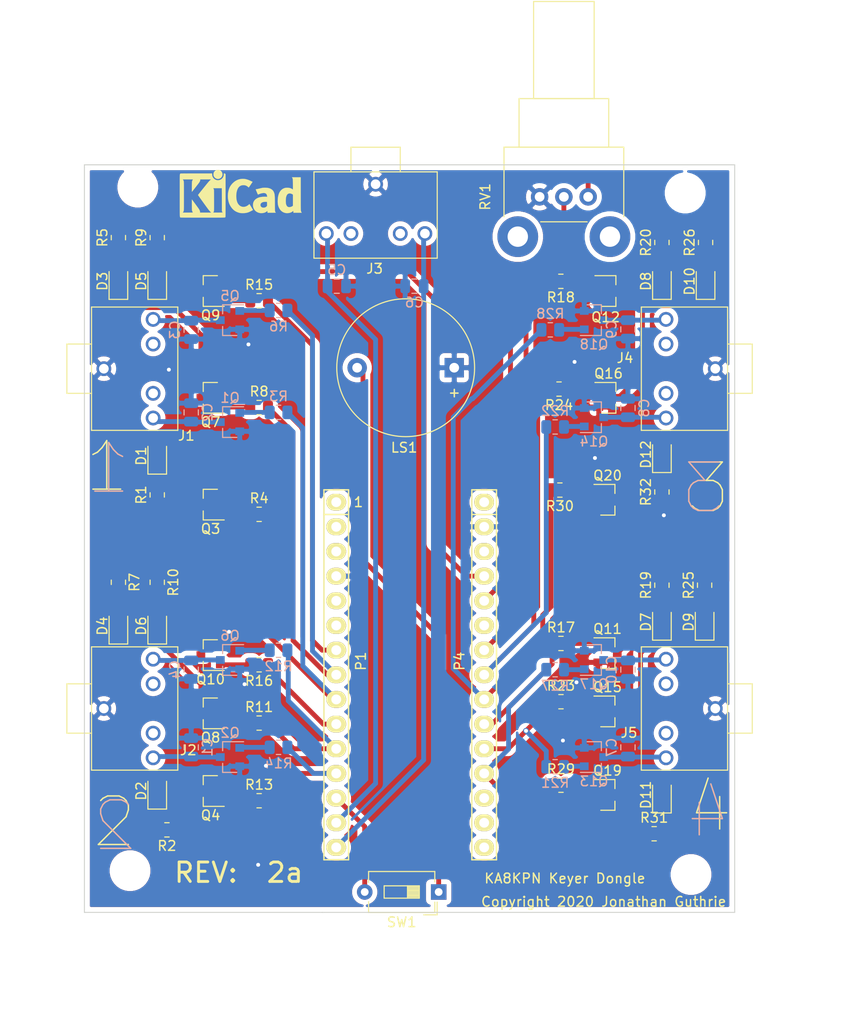
<source format=kicad_pcb>
(kicad_pcb (version 20171130) (host pcbnew 5.1.9+dfsg1-1)
  (title_block (date "jeu. 02 avril 2015"))
  (layers (0 F.Cu signal) (31 B.Cu signal) (34 B.Paste user) (35 F.Paste user) (36 B.SilkS user) (37 F.SilkS user) (38 B.Mask user) (39 F.Mask user) (44 Edge.Cuts user))
  (net 0 "")
  (net 1 "/1(Tx)")
  (net 2 "/0(Rx)")
  (net 3 GND)
  (net 4 /2)
  (net 5 "/3(**)")
  (net 6 /4)
  (net 7 "/5(**)")
  (net 8 "/6(**)")
  (net 9 /7)
  (net 10 /8)
  (net 11 "/9(**)")
  (net 12 "/10(**/SS)")
  (net 13 /Vin)
  (net 14 +5V)
  (net 15 /A7)
  (net 16 /A6)
  (net 17 /A2)
  (net 18 /A1)
  (net 19 /A0)
  (net 20 /AREF)
  (net 21 "/13(SCK)")
  (net 22 +3V3)
  (net 23 "/11(**/MOSI)")
  (net 24 "/12(MISO)")
  (net 25 "Net-(C1-Pad1)")
  (net 26 "Net-(C2-Pad1)")
  (net 27 "Net-(C3-Pad1)")
  (net 28 "Net-(C4-Pad1)")
  (net 29 "Net-(D1-Pad1)")
  (net 30 "Net-(D2-Pad1)")
  (net 31 "Net-(D3-Pad2)")
  (net 32 "Net-(D3-Pad1)")
  (net 33 "Net-(D4-Pad2)")
  (net 34 "Net-(D4-Pad1)")
  (net 35 "Net-(D5-Pad2)")
  (net 36 "Net-(D5-Pad1)")
  (net 37 "Net-(D6-Pad2)")
  (net 38 "Net-(D6-Pad1)")
  (net 39 "Net-(J1-PadSN)")
  (net 40 "Net-(J1-PadTN)")
  (net 41 "Net-(J2-PadSN)")
  (net 42 "Net-(J2-PadTN)")
  (net 43 "Net-(J3-PadSN)")
  (net 44 "Net-(J3-PadTN)")
  (net 45 "Net-(Q1-Pad1)")
  (net 46 "Net-(Q2-Pad1)")
  (net 47 "Net-(Q3-Pad1)")
  (net 48 "Net-(Q4-Pad1)")
  (net 49 "Net-(Q5-Pad1)")
  (net 50 "Net-(Q6-Pad1)")
  (net 51 "Net-(Q7-Pad1)")
  (net 52 "Net-(Q8-Pad1)")
  (net 53 "Net-(Q9-Pad1)")
  (net 54 "Net-(Q10-Pad1)")
  (net 55 "Net-(Q3-Pad3)")
  (net 56 "Net-(Q4-Pad3)")
  (net 57 "Net-(C7-Pad2)")
  (net 58 "Net-(C8-Pad1)")
  (net 59 "Net-(C9-Pad1)")
  (net 60 "Net-(C10-Pad1)")
  (net 61 "Net-(D7-Pad2)")
  (net 62 "Net-(D7-Pad1)")
  (net 63 "Net-(D8-Pad2)")
  (net 64 "Net-(D8-Pad1)")
  (net 65 "Net-(D9-Pad2)")
  (net 66 "Net-(D9-Pad1)")
  (net 67 "Net-(D10-Pad2)")
  (net 68 "Net-(D10-Pad1)")
  (net 69 "Net-(D11-Pad1)")
  (net 70 "Net-(D12-Pad1)")
  (net 71 "Net-(J4-PadSN)")
  (net 72 "Net-(J4-PadTN)")
  (net 73 "Net-(J5-PadSN)")
  (net 74 "Net-(J5-PadTN)")
  (net 75 /A5)
  (net 76 /A4)
  (net 77 /A3)
  (net 78 "Net-(Q11-Pad1)")
  (net 79 "Net-(Q12-Pad1)")
  (net 80 "Net-(Q13-Pad1)")
  (net 81 "Net-(Q14-Pad1)")
  (net 82 "Net-(Q15-Pad1)")
  (net 83 "Net-(Q16-Pad1)")
  (net 84 "Net-(Q17-Pad1)")
  (net 85 "Net-(Q18-Pad1)")
  (net 86 "Net-(Q19-Pad1)")
  (net 87 "Net-(Q20-Pad1)")
  (net 88 "Net-(Q19-Pad3)")
  (net 89 "Net-(Q20-Pad3)")
  (net 90 "Net-(P1-Pad3)")
  (net 91 "Net-(P4-Pad3)")
  (net 92 "Net-(LS1-Pad2)")
  (module LED_SMD:LED_0805_2012Metric_Pad1.15x1.40mm_HandSolder (layer F.Cu) (at 173 66.3375 90)
    (fp_text reference D12 (at 0 -1.65 90) (layer F.SilkS))
    (fp_text value YELLOW)
    (pad 2 smd roundrect (at 1.025 0 90) (size 1.15 1.4) (layers F.Cu F.Paste F.Mask) (roundrect_rratio 0.217391) (net 14 +5V))
    (pad 1 smd roundrect (at -1.025 0 90) (size 1.15 1.4) (layers F.Cu F.Paste F.Mask) (roundrect_rratio 0.217391) (net 70 "Net-(D12-Pad1)"))
  )
  (module LED_SMD:LED_0805_2012Metric_Pad1.15x1.40mm_HandSolder (layer F.Cu) (at 173 101.4 90)
    (fp_text reference D11 (at 0 -1.65 90) (layer F.SilkS))
    (fp_text value YELLOW)
    (pad 2 smd roundrect (at 1.025 0 90) (size 1.15 1.4) (layers F.Cu F.Paste F.Mask) (roundrect_rratio 0.217391) (net 14 +5V))
    (pad 1 smd roundrect (at -1.025 0 90) (size 1.15 1.4) (layers F.Cu F.Paste F.Mask) (roundrect_rratio 0.217391) (net 69 "Net-(D11-Pad1)"))
  )
  (module LED_SMD:LED_0805_2012Metric_Pad1.15x1.40mm_HandSolder (layer F.Cu) (at 177.5 48.5 90)
    (fp_text reference D10 (at 0 -1.65 90) (layer F.SilkS))
    (fp_text value RED)
    (pad 2 smd roundrect (at 1.025 0 90) (size 1.15 1.4) (layers F.Cu F.Paste F.Mask) (roundrect_rratio 0.217391) (net 67 "Net-(D10-Pad2)"))
    (pad 1 smd roundrect (at -1.025 0 90) (size 1.15 1.4) (layers F.Cu F.Paste F.Mask) (roundrect_rratio 0.217391) (net 68 "Net-(D10-Pad1)"))
  )
  (module LED_SMD:LED_0805_2012Metric_Pad1.15x1.40mm_HandSolder (layer F.Cu) (at 177.4 83.6 90)
    (fp_text reference D9 (at 0 -1.65 90) (layer F.SilkS))
    (fp_text value RED)
    (pad 2 smd roundrect (at 1.025 0 90) (size 1.15 1.4) (layers F.Cu F.Paste F.Mask) (roundrect_rratio 0.217391) (net 65 "Net-(D9-Pad2)"))
    (pad 1 smd roundrect (at -1.025 0 90) (size 1.15 1.4) (layers F.Cu F.Paste F.Mask) (roundrect_rratio 0.217391) (net 66 "Net-(D9-Pad1)"))
  )
  (module LED_SMD:LED_0805_2012Metric_Pad1.15x1.40mm_HandSolder (layer F.Cu) (at 173 48.5 90)
    (fp_text reference D8 (at 0 -1.65 90) (layer F.SilkS))
    (fp_text value BLUE)
    (pad 2 smd roundrect (at 1.025 0 90) (size 1.15 1.4) (layers F.Cu F.Paste F.Mask) (roundrect_rratio 0.217391) (net 63 "Net-(D8-Pad2)"))
    (pad 1 smd roundrect (at -1.025 0 90) (size 1.15 1.4) (layers F.Cu F.Paste F.Mask) (roundrect_rratio 0.217391) (net 64 "Net-(D8-Pad1)"))
  )
  (module LED_SMD:LED_0805_2012Metric_Pad1.15x1.40mm_HandSolder (layer F.Cu) (at 173 83.6 90)
    (fp_text reference D7 (at 0 -1.65 90) (layer F.SilkS))
    (fp_text value BLUE)
    (pad 2 smd roundrect (at 1.025 0 90) (size 1.15 1.4) (layers F.Cu F.Paste F.Mask) (roundrect_rratio 0.217391) (net 61 "Net-(D7-Pad2)"))
    (pad 1 smd roundrect (at -1.025 0 90) (size 1.15 1.4) (layers F.Cu F.Paste F.Mask) (roundrect_rratio 0.217391) (net 62 "Net-(D7-Pad1)"))
  )
  (module LED_SMD:LED_0805_2012Metric_Pad1.15x1.40mm_HandSolder (layer F.Cu) (at 121 84 90)
    (fp_text reference D6 (at 0 -1.65 90) (layer F.SilkS))
    (fp_text value BLUE)
    (pad 2 smd roundrect (at 1.025 0 90) (size 1.15 1.4) (layers F.Cu F.Paste F.Mask) (roundrect_rratio 0.217391) (net 37 "Net-(D6-Pad2)"))
    (pad 1 smd roundrect (at -1.025 0 90) (size 1.15 1.4) (layers F.Cu F.Paste F.Mask) (roundrect_rratio 0.217391) (net 38 "Net-(D6-Pad1)"))
  )
  (module LED_SMD:LED_0805_2012Metric_Pad1.15x1.40mm_HandSolder (layer F.Cu) (at 121 48.5 90)
    (fp_text reference D5 (at 0 -1.65 90) (layer F.SilkS))
    (fp_text value BLUE)
    (pad 2 smd roundrect (at 1.025 0 90) (size 1.15 1.4) (layers F.Cu F.Paste F.Mask) (roundrect_rratio 0.217391) (net 35 "Net-(D5-Pad2)"))
    (pad 1 smd roundrect (at -1.025 0 90) (size 1.15 1.4) (layers F.Cu F.Paste F.Mask) (roundrect_rratio 0.217391) (net 36 "Net-(D5-Pad1)"))
  )
  (module LED_SMD:LED_0805_2012Metric_Pad1.15x1.40mm_HandSolder (layer F.Cu) (at 117 84 90)
    (fp_text reference D4 (at 0 -1.65 90) (layer F.SilkS))
    (fp_text value RED)
    (pad 2 smd roundrect (at 1.025 0 90) (size 1.15 1.4) (layers F.Cu F.Paste F.Mask) (roundrect_rratio 0.217391) (net 33 "Net-(D4-Pad2)"))
    (pad 1 smd roundrect (at -1.025 0 90) (size 1.15 1.4) (layers F.Cu F.Paste F.Mask) (roundrect_rratio 0.217391) (net 34 "Net-(D4-Pad1)"))
  )
  (module LED_SMD:LED_0805_2012Metric_Pad1.15x1.40mm_HandSolder (layer F.Cu) (at 117 48.5 90)
    (fp_text reference D3 (at 0 -1.65 90) (layer F.SilkS))
    (fp_text value RED)
    (pad 2 smd roundrect (at 1.025 0 90) (size 1.15 1.4) (layers F.Cu F.Paste F.Mask) (roundrect_rratio 0.217391) (net 31 "Net-(D3-Pad2)"))
    (pad 1 smd roundrect (at -1.025 0 90) (size 1.15 1.4) (layers F.Cu F.Paste F.Mask) (roundrect_rratio 0.217391) (net 32 "Net-(D3-Pad1)"))
  )
  (module LED_SMD:LED_0805_2012Metric_Pad1.15x1.40mm_HandSolder (layer F.Cu) (at 121 101 90)
    (fp_text reference D2 (at 0 -1.65 90) (layer F.SilkS))
    (fp_text value YELLOW)
    (pad 2 smd roundrect (at 1.025 0 90) (size 1.15 1.4) (layers F.Cu F.Paste F.Mask) (roundrect_rratio 0.217391) (net 14 +5V))
    (pad 1 smd roundrect (at -1.025 0 90) (size 1.15 1.4) (layers F.Cu F.Paste F.Mask) (roundrect_rratio 0.217391) (net 30 "Net-(D2-Pad1)"))
  )
  (module LED_SMD:LED_0805_2012Metric_Pad1.15x1.40mm_HandSolder (layer F.Cu) (at 121 66.5 90)
    (fp_text reference D1 (at 0 -1.65 90) (layer F.SilkS))
    (fp_text value YELLOW)
    (pad 2 smd roundrect (at 1.025 0 90) (size 1.15 1.4) (layers F.Cu F.Paste F.Mask) (roundrect_rratio 0.217391) (net 14 +5V))
    (pad 1 smd roundrect (at -1.025 0 90) (size 1.15 1.4) (layers F.Cu F.Paste F.Mask) (roundrect_rratio 0.217391) (net 29 "Net-(D1-Pad1)"))
  )
  (module MountingHole:MountingHole_3.2mm_M3 (layer F.Cu) (at 119 38.8)
    (fp_text reference REF** hide)
    (fp_text value MountingHole_3.2mm_M3)
    (pad 1 np_thru_hole circle (at 0 0) (size 3.2 3.2) (drill 3.2) (layers *.Cu *.Mask))
  )
  (module MountingHole:MountingHole_3.2mm_M3 (layer F.Cu) (at 118.2 109.2)
    (fp_text reference REF** hide)
    (fp_text value MountingHole_3.2mm_M3)
    (pad 1 np_thru_hole circle (at 0 0) (size 3.2 3.2) (drill 3.2) (layers *.Cu *.Mask))
  )
  (module MountingHole:MountingHole_3.2mm_M3 (layer F.Cu) (at 176 109.6)
    (fp_text reference REF** hide)
    (fp_text value MountingHole_3.2mm_M3)
    (pad 1 np_thru_hole circle (at 0 0) (size 3.2 3.2) (drill 3.2) (layers *.Cu *.Mask))
  )
  (module MountingHole:MountingHole_3.2mm_M3 (layer F.Cu) (at 175.4 39.4)
    (fp_text reference REF** hide)
    (fp_text value MountingHole_3.2mm_M3)
    (pad 1 np_thru_hole circle (at 0 0) (size 3.2 3.2) (drill 3.2) (layers *.Cu *.Mask))
  )
  (module Button_Switch_THT:SW_DIP_SPSTx01_Slide_6.7x4.1mm_W7.62mm_P2.54mm_LowProfile (layer F.Cu) (at 150 111.4 180)
    (fp_text reference SW1 (at 3.81 -3.11) (layer F.SilkS))
    (fp_text value SW_DIP_x01)
    (pad 2 thru_hole oval (at 7.62 0 180) (size 1.6 1.6) (drill 0.8) (layers *.Cu *.Mask) (net 12 "/10(**/SS)"))
    (pad 1 thru_hole rect (at 0 0 180) (size 1.6 1.6) (drill 0.8) (layers *.Cu *.Mask) (net 92 "Net-(LS1-Pad2)"))
  )
  (module Potentiometer_THT:Potentiometer_Alps_RK09L_Single_Horizontal (layer F.Cu) (at 165.4 39.8 90)
    (fp_text reference RV1 (at 0 -10.6 90) (layer F.SilkS))
    (fp_text value R_POT)
    (pad "" thru_hole circle (at -4.1 2.25 90) (size 4.2 4.2) (drill 2.1) (layers *.Cu *.Mask))
    (pad "" thru_hole circle (at -4.1 -7.25 90) (size 4.2 4.2) (drill 2.1) (layers *.Cu *.Mask))
    (pad 1 thru_hole circle (at 0 0 90) (size 1.8 1.8) (drill 1) (layers *.Cu *.Mask) (net 14 +5V))
    (pad 2 thru_hole circle (at 0 -2.5 90) (size 1.8 1.8) (drill 1) (layers *.Cu *.Mask) (net 15 /A7))
    (pad 3 thru_hole circle (at 0 -5 90) (size 1.8 1.8) (drill 1) (layers *.Cu *.Mask) (net 3 GND))
  )
  (module Buzzer_Beeper:Buzzer_D14mm_H7mm_P10mm (layer F.Cu) (at 151.6 57.4 180)
    (fp_text reference LS1 (at 5.16 -8.23) (layer F.SilkS))
    (fp_text value Speaker_Crystal)
    (fp_text user + (at -0.01 -2.54) (layer F.SilkS))
    (pad 1 thru_hole rect (at 0 0 180) (size 2 2) (drill 1) (layers *.Cu *.Mask) (net 3 GND))
    (pad 2 thru_hole circle (at 10 0 180) (size 2 2) (drill 1) (layers *.Cu *.Mask) (net 92 "Net-(LS1-Pad2)"))
  )
  (module Symbol:Symbol_CC-ShareAlike_CopperTop_Small (layer F.Cu) (at 162 105.4)
    (fp_text reference REF** hide)
    (fp_text value Symbol_CC-ShareAlike_CopperTop_Small)
    (fp_line (start -1.09982 1.19888) (end -0.59944 1.50114) (layer F.Cu) (width 0.381))
    (fp_line (start -0.59944 1.50114) (end -0.09906 1.6002) (layer F.Cu) (width 0.381))
    (fp_line (start -0.09906 1.6002) (end 0.39878 1.50114) (layer F.Cu) (width 0.381))
    (fp_line (start 0.39878 1.50114) (end 0.89916 1.30048) (layer F.Cu) (width 0.381))
    (fp_line (start 0.89916 1.30048) (end 1.30048 0.89916) (layer F.Cu) (width 0.381))
    (fp_line (start 1.30048 0.89916) (end 1.6002 0.39878) (layer F.Cu) (width 0.381))
    (fp_line (start 1.6002 0.39878) (end 1.6002 0) (layer F.Cu) (width 0.381))
    (fp_line (start 1.6002 0) (end 1.50114 -0.50038) (layer F.Cu) (width 0.381))
    (fp_line (start 1.50114 -0.50038) (end 1.19888 -1.00076) (layer F.Cu) (width 0.381))
    (fp_line (start 1.19888 -1.00076) (end 0.89916 -1.30048) (layer F.Cu) (width 0.381))
    (fp_line (start 0.89916 -1.30048) (end 0.29972 -1.6002) (layer F.Cu) (width 0.381))
    (fp_line (start 0.29972 -1.6002) (end -0.09906 -1.6002) (layer F.Cu) (width 0.381))
    (fp_line (start -0.09906 -1.6002) (end -0.50038 -1.50114) (layer F.Cu) (width 0.381))
    (fp_line (start -0.50038 -1.50114) (end -1.00076 -1.30048) (layer F.Cu) (width 0.381))
    (fp_line (start 0 -2.49936) (end -0.09906 -2.49936) (layer F.Cu) (width 0.381))
    (fp_line (start -0.09906 -2.49936) (end -0.70104 -2.4003) (layer F.Cu) (width 0.381))
    (fp_line (start -0.70104 -2.4003) (end -1.19888 -2.19964) (layer F.Cu) (width 0.381))
    (fp_line (start -1.19888 -2.19964) (end -1.69926 -1.80086) (layer F.Cu) (width 0.381))
    (fp_line (start -1.69926 -1.80086) (end -2.19964 -1.19888) (layer F.Cu) (width 0.381))
    (fp_line (start -2.19964 -1.19888) (end -2.4003 -0.8001) (layer F.Cu) (width 0.381))
    (fp_line (start -2.4003 -0.8001) (end -2.49936 -0.29972) (layer F.Cu) (width 0.381))
    (fp_line (start -2.49936 -0.29972) (end -2.49936 0.29972) (layer F.Cu) (width 0.381))
    (fp_line (start -2.49936 0.29972) (end -2.30124 1.09982) (layer F.Cu) (width 0.381))
    (fp_line (start -2.30124 1.09982) (end -1.69926 1.80086) (layer F.Cu) (width 0.381))
    (fp_line (start -1.69926 1.80086) (end -1.19888 2.19964) (layer F.Cu) (width 0.381))
    (fp_line (start -1.19888 2.19964) (end -0.50038 2.49936) (layer F.Cu) (width 0.381))
    (fp_line (start -0.50038 2.49936) (end 0.29972 2.49936) (layer F.Cu) (width 0.381))
    (fp_line (start 0.29972 2.49936) (end 0.89916 2.30124) (layer F.Cu) (width 0.381))
    (fp_line (start 0.89916 2.30124) (end 1.50114 1.99898) (layer F.Cu) (width 0.381))
    (fp_line (start 1.50114 1.99898) (end 1.99898 1.50114) (layer F.Cu) (width 0.381))
    (fp_line (start 1.99898 1.50114) (end 2.4003 0.8001) (layer F.Cu) (width 0.381))
    (fp_line (start 2.4003 0.8001) (end 2.49936 0.20066) (layer F.Cu) (width 0.381))
    (fp_line (start 2.49936 0.20066) (end 2.49936 -0.39878) (layer F.Cu) (width 0.381))
    (fp_line (start 2.49936 -0.39878) (end 2.30124 -1.00076) (layer F.Cu) (width 0.381))
    (fp_line (start 2.30124 -1.00076) (end 1.99898 -1.50114) (layer F.Cu) (width 0.381))
    (fp_line (start 1.99898 -1.50114) (end 1.50114 -1.99898) (layer F.Cu) (width 0.381))
    (fp_line (start 1.50114 -1.99898) (end 1.00076 -2.30124) (layer F.Cu) (width 0.381))
    (fp_line (start 1.00076 -2.30124) (end 0.59944 -2.4003) (layer F.Cu) (width 0.381))
    (fp_line (start 0.59944 -2.4003) (end 0 -2.49936) (layer F.Cu) (width 0.381))
  )
  (module Symbol:KiCad-Logo_5mm_SilkScreen (layer F.Cu) (at 129.6 40)
    (fp_text reference REF** hide)
    (fp_text value KiCad-Logo_5mm_SilkScreen hide)
  )
  (module Resistor_SMD:R_0805_2012Metric (layer F.Cu) (at 173 70.2 90)
    (fp_text reference R32 (at 0 -1.65 90) (layer F.SilkS))
    (fp_text value 150)
    (pad 2 smd roundrect (at 0.9125 0 90) (size 1.025 1.4) (layers F.Cu F.Paste F.Mask) (roundrect_rratio 0.243902) (net 70 "Net-(D12-Pad1)"))
    (pad 1 smd roundrect (at -0.9125 0 90) (size 1.025 1.4) (layers F.Cu F.Paste F.Mask) (roundrect_rratio 0.243902) (net 89 "Net-(Q20-Pad3)"))
  )
  (module Resistor_SMD:R_0805_2012Metric (layer F.Cu) (at 172.2 105.4)
    (fp_text reference R31 (at 0 -1.65) (layer F.SilkS))
    (fp_text value 150)
    (pad 2 smd roundrect (at 0.9125 0) (size 1.025 1.4) (layers F.Cu F.Paste F.Mask) (roundrect_rratio 0.243902) (net 69 "Net-(D11-Pad1)"))
    (pad 1 smd roundrect (at -0.9125 0) (size 1.025 1.4) (layers F.Cu F.Paste F.Mask) (roundrect_rratio 0.243902) (net 88 "Net-(Q19-Pad3)"))
  )
  (module Resistor_SMD:R_0805_2012Metric (layer F.Cu) (at 162.4875 70 180)
    (fp_text reference R30 (at 0 -1.65) (layer F.SilkS))
    (fp_text value 3K)
    (pad 2 smd roundrect (at 0.9125 0 180) (size 1.025 1.4) (layers F.Cu F.Paste F.Mask) (roundrect_rratio 0.243902) (net 77 /A3))
    (pad 1 smd roundrect (at -0.9125 0 180) (size 1.025 1.4) (layers F.Cu F.Paste F.Mask) (roundrect_rratio 0.243902) (net 87 "Net-(Q20-Pad1)"))
  )
  (module Resistor_SMD:R_0805_2012Metric (layer F.Cu) (at 162.6 100.4)
    (fp_text reference R29 (at 0 -1.65) (layer F.SilkS))
    (fp_text value 3K)
    (pad 2 smd roundrect (at 0.9125 0) (size 1.025 1.4) (layers F.Cu F.Paste F.Mask) (roundrect_rratio 0.243902) (net 86 "Net-(Q19-Pad1)"))
    (pad 1 smd roundrect (at -0.9125 0) (size 1.025 1.4) (layers F.Cu F.Paste F.Mask) (roundrect_rratio 0.243902) (net 19 /A0))
  )
  (module Resistor_SMD:R_0805_2012Metric (layer B.Cu) (at 161.5 53.5 180)
    (fp_text reference R28 (at 0 1.65) (layer B.SilkS) (effects (justify mirror)))
    (fp_text value 100)
    (pad 2 smd roundrect (at 0.9125 0 180) (size 1.025 1.4) (layers B.Cu B.Paste B.Mask) (roundrect_rratio 0.243902) (net 77 /A3))
    (pad 1 smd roundrect (at -0.9125 0 180) (size 1.025 1.4) (layers B.Cu B.Paste B.Mask) (roundrect_rratio 0.243902) (net 85 "Net-(Q18-Pad1)"))
  )
  (module Resistor_SMD:R_0805_2012Metric (layer B.Cu) (at 162 88.5)
    (fp_text reference R27 (at 0 1.65) (layer B.SilkS) (effects (justify mirror)))
    (fp_text value 100)
    (pad 2 smd roundrect (at 0.9125 0) (size 1.025 1.4) (layers B.Cu B.Paste B.Mask) (roundrect_rratio 0.243902) (net 84 "Net-(Q17-Pad1)"))
    (pad 1 smd roundrect (at -0.9125 0) (size 1.025 1.4) (layers B.Cu B.Paste B.Mask) (roundrect_rratio 0.243902) (net 19 /A0))
  )
  (module Resistor_SMD:R_0805_2012Metric (layer F.Cu) (at 177.5 44.5 90)
    (fp_text reference R26 (at 0 -1.65 90) (layer F.SilkS))
    (fp_text value 150)
    (pad 2 smd roundrect (at 0.9125 0 90) (size 1.025 1.4) (layers F.Cu F.Paste F.Mask) (roundrect_rratio 0.243902) (net 14 +5V))
    (pad 1 smd roundrect (at -0.9125 0 90) (size 1.025 1.4) (layers F.Cu F.Paste F.Mask) (roundrect_rratio 0.243902) (net 67 "Net-(D10-Pad2)"))
  )
  (module Resistor_SMD:R_0805_2012Metric (layer F.Cu) (at 177.4 79.8 90)
    (fp_text reference R25 (at 0 -1.65 90) (layer F.SilkS))
    (fp_text value 150)
    (pad 2 smd roundrect (at 0.9125 0 90) (size 1.025 1.4) (layers F.Cu F.Paste F.Mask) (roundrect_rratio 0.243902) (net 14 +5V))
    (pad 1 smd roundrect (at -0.9125 0 90) (size 1.025 1.4) (layers F.Cu F.Paste F.Mask) (roundrect_rratio 0.243902) (net 65 "Net-(D9-Pad2)"))
  )
  (module Resistor_SMD:R_0805_2012Metric (layer F.Cu) (at 162.4 59.6 180)
    (fp_text reference R24 (at 0 -1.65) (layer F.SilkS))
    (fp_text value 3K)
    (pad 2 smd roundrect (at 0.9125 0 180) (size 1.025 1.4) (layers F.Cu F.Paste F.Mask) (roundrect_rratio 0.243902) (net 76 /A4))
    (pad 1 smd roundrect (at -0.9125 0 180) (size 1.025 1.4) (layers F.Cu F.Paste F.Mask) (roundrect_rratio 0.243902) (net 83 "Net-(Q16-Pad1)"))
  )
  (module Resistor_SMD:R_0805_2012Metric (layer F.Cu) (at 162.6 91.8)
    (fp_text reference R23 (at 0 -1.65) (layer F.SilkS))
    (fp_text value 3K)
    (pad 2 smd roundrect (at 0.9125 0) (size 1.025 1.4) (layers F.Cu F.Paste F.Mask) (roundrect_rratio 0.243902) (net 82 "Net-(Q15-Pad1)"))
    (pad 1 smd roundrect (at -0.9125 0) (size 1.025 1.4) (layers F.Cu F.Paste F.Mask) (roundrect_rratio 0.243902) (net 18 /A1))
  )
  (module Resistor_SMD:R_0805_2012Metric (layer B.Cu) (at 162 63.5 180)
    (fp_text reference R22 (at 0 1.65) (layer B.SilkS) (effects (justify mirror)))
    (fp_text value 100)
    (pad 2 smd roundrect (at 0.9125 0 180) (size 1.025 1.4) (layers B.Cu B.Paste B.Mask) (roundrect_rratio 0.243902) (net 76 /A4))
    (pad 1 smd roundrect (at -0.9125 0 180) (size 1.025 1.4) (layers B.Cu B.Paste B.Mask) (roundrect_rratio 0.243902) (net 81 "Net-(Q14-Pad1)"))
  )
  (module Resistor_SMD:R_0805_2012Metric (layer B.Cu) (at 162 98.5)
    (fp_text reference R21 (at 0 1.65) (layer B.SilkS) (effects (justify mirror)))
    (fp_text value 100)
    (pad 2 smd roundrect (at 0.9125 0) (size 1.025 1.4) (layers B.Cu B.Paste B.Mask) (roundrect_rratio 0.243902) (net 80 "Net-(Q13-Pad1)"))
    (pad 1 smd roundrect (at -0.9125 0) (size 1.025 1.4) (layers B.Cu B.Paste B.Mask) (roundrect_rratio 0.243902) (net 18 /A1))
  )
  (module Resistor_SMD:R_0805_2012Metric (layer F.Cu) (at 173 44.5 90)
    (fp_text reference R20 (at 0 -1.65 90) (layer F.SilkS))
    (fp_text value 100)
    (pad 2 smd roundrect (at 0.9125 0 90) (size 1.025 1.4) (layers F.Cu F.Paste F.Mask) (roundrect_rratio 0.243902) (net 14 +5V))
    (pad 1 smd roundrect (at -0.9125 0 90) (size 1.025 1.4) (layers F.Cu F.Paste F.Mask) (roundrect_rratio 0.243902) (net 63 "Net-(D8-Pad2)"))
  )
  (module Resistor_SMD:R_0805_2012Metric (layer F.Cu) (at 173 79.8 90)
    (fp_text reference R19 (at 0 -1.65 90) (layer F.SilkS))
    (fp_text value 100)
    (pad 2 smd roundrect (at 0.9125 0 90) (size 1.025 1.4) (layers F.Cu F.Paste F.Mask) (roundrect_rratio 0.243902) (net 14 +5V))
    (pad 1 smd roundrect (at -0.9125 0 90) (size 1.025 1.4) (layers F.Cu F.Paste F.Mask) (roundrect_rratio 0.243902) (net 61 "Net-(D7-Pad2)"))
  )
  (module Resistor_SMD:R_0805_2012Metric (layer F.Cu) (at 162.5875 48.5 180)
    (fp_text reference R18 (at 0 -1.65) (layer F.SilkS))
    (fp_text value 2.2K)
    (pad 2 smd roundrect (at 0.9125 0 180) (size 1.025 1.4) (layers F.Cu F.Paste F.Mask) (roundrect_rratio 0.243902) (net 75 /A5))
    (pad 1 smd roundrect (at -0.9125 0 180) (size 1.025 1.4) (layers F.Cu F.Paste F.Mask) (roundrect_rratio 0.243902) (net 79 "Net-(Q12-Pad1)"))
  )
  (module Resistor_SMD:R_0805_2012Metric (layer F.Cu) (at 162.6 85.8)
    (fp_text reference R17 (at 0 -1.65) (layer F.SilkS))
    (fp_text value 2.2K)
    (pad 2 smd roundrect (at 0.9125 0) (size 1.025 1.4) (layers F.Cu F.Paste F.Mask) (roundrect_rratio 0.243902) (net 78 "Net-(Q11-Pad1)"))
    (pad 1 smd roundrect (at -0.9125 0) (size 1.025 1.4) (layers F.Cu F.Paste F.Mask) (roundrect_rratio 0.243902) (net 17 /A2))
  )
  (module Package_TO_SOT_SMD:SOT-23 (layer F.Cu) (at 167.4 71)
    (fp_text reference Q20 (at 0 -2.5) (layer F.SilkS))
    (fp_text value MMBT3904)
    (pad 3 smd rect (at 1 0) (size 0.9 0.8) (layers F.Cu F.Paste F.Mask) (net 89 "Net-(Q20-Pad3)"))
    (pad 2 smd rect (at -1 0.95) (size 0.9 0.8) (layers F.Cu F.Paste F.Mask) (net 3 GND))
    (pad 1 smd rect (at -1 -0.95) (size 0.9 0.8) (layers F.Cu F.Paste F.Mask) (net 87 "Net-(Q20-Pad1)"))
  )
  (module Package_TO_SOT_SMD:SOT-23 (layer F.Cu) (at 167.4 101.4)
    (fp_text reference Q19 (at 0 -2.5) (layer F.SilkS))
    (fp_text value MMBT3904)
    (pad 3 smd rect (at 1 0) (size 0.9 0.8) (layers F.Cu F.Paste F.Mask) (net 88 "Net-(Q19-Pad3)"))
    (pad 2 smd rect (at -1 0.95) (size 0.9 0.8) (layers F.Cu F.Paste F.Mask) (net 3 GND))
    (pad 1 smd rect (at -1 -0.95) (size 0.9 0.8) (layers F.Cu F.Paste F.Mask) (net 86 "Net-(Q19-Pad1)"))
  )
  (module Package_TO_SOT_SMD:SOT-23 (layer B.Cu) (at 166 52.5)
    (fp_text reference Q18 (at 0 2.5) (layer B.SilkS) (effects (justify mirror)))
    (fp_text value MMBT3904)
    (pad 3 smd rect (at 1 0) (size 0.9 0.8) (layers B.Cu B.Paste B.Mask) (net 59 "Net-(C9-Pad1)"))
    (pad 2 smd rect (at -1 -0.95) (size 0.9 0.8) (layers B.Cu B.Paste B.Mask) (net 3 GND))
    (pad 1 smd rect (at -1 0.95) (size 0.9 0.8) (layers B.Cu B.Paste B.Mask) (net 85 "Net-(Q18-Pad1)"))
  )
  (module Package_TO_SOT_SMD:SOT-23 (layer B.Cu) (at 166 87.5)
    (fp_text reference Q17 (at 0 2.5) (layer B.SilkS) (effects (justify mirror)))
    (fp_text value MMBT3904)
    (pad 3 smd rect (at 1 0) (size 0.9 0.8) (layers B.Cu B.Paste B.Mask) (net 60 "Net-(C10-Pad1)"))
    (pad 2 smd rect (at -1 -0.95) (size 0.9 0.8) (layers B.Cu B.Paste B.Mask) (net 3 GND))
    (pad 1 smd rect (at -1 0.95) (size 0.9 0.8) (layers B.Cu B.Paste B.Mask) (net 84 "Net-(Q17-Pad1)"))
  )
  (module Package_TO_SOT_SMD:SOT-23 (layer F.Cu) (at 167.5 60.5)
    (fp_text reference Q16 (at 0 -2.5) (layer F.SilkS))
    (fp_text value MMBT3904)
    (pad 3 smd rect (at 1 0) (size 0.9 0.8) (layers F.Cu F.Paste F.Mask) (net 68 "Net-(D10-Pad1)"))
    (pad 2 smd rect (at -1 0.95) (size 0.9 0.8) (layers F.Cu F.Paste F.Mask) (net 3 GND))
    (pad 1 smd rect (at -1 -0.95) (size 0.9 0.8) (layers F.Cu F.Paste F.Mask) (net 83 "Net-(Q16-Pad1)"))
  )
  (module Package_TO_SOT_SMD:SOT-23 (layer F.Cu) (at 167.4 92.8)
    (fp_text reference Q15 (at 0 -2.5) (layer F.SilkS))
    (fp_text value MMBT3904)
    (pad 3 smd rect (at 1 0) (size 0.9 0.8) (layers F.Cu F.Paste F.Mask) (net 66 "Net-(D9-Pad1)"))
    (pad 2 smd rect (at -1 0.95) (size 0.9 0.8) (layers F.Cu F.Paste F.Mask) (net 3 GND))
    (pad 1 smd rect (at -1 -0.95) (size 0.9 0.8) (layers F.Cu F.Paste F.Mask) (net 82 "Net-(Q15-Pad1)"))
  )
  (module Package_TO_SOT_SMD:SOT-23 (layer B.Cu) (at 166 62.5)
    (fp_text reference Q14 (at 0 2.5) (layer B.SilkS) (effects (justify mirror)))
    (fp_text value MMBT3904)
    (pad 3 smd rect (at 1 0) (size 0.9 0.8) (layers B.Cu B.Paste B.Mask) (net 58 "Net-(C8-Pad1)"))
    (pad 2 smd rect (at -1 -0.95) (size 0.9 0.8) (layers B.Cu B.Paste B.Mask) (net 3 GND))
    (pad 1 smd rect (at -1 0.95) (size 0.9 0.8) (layers B.Cu B.Paste B.Mask) (net 81 "Net-(Q14-Pad1)"))
  )
  (module Package_TO_SOT_SMD:SOT-23 (layer B.Cu) (at 166 97.5)
    (fp_text reference Q13 (at 0 2.5) (layer B.SilkS) (effects (justify mirror)))
    (fp_text value MMBT3904)
    (pad 3 smd rect (at 1 0) (size 0.9 0.8) (layers B.Cu B.Paste B.Mask) (net 57 "Net-(C7-Pad2)"))
    (pad 2 smd rect (at -1 -0.95) (size 0.9 0.8) (layers B.Cu B.Paste B.Mask) (net 3 GND))
    (pad 1 smd rect (at -1 0.95) (size 0.9 0.8) (layers B.Cu B.Paste B.Mask) (net 80 "Net-(Q13-Pad1)"))
  )
  (module Package_TO_SOT_SMD:SOT-23 (layer F.Cu) (at 167.5 49.5)
    (fp_text reference Q12 (at -0.3 2.7) (layer F.SilkS))
    (fp_text value MMBT3904)
    (pad 3 smd rect (at 1 0) (size 0.9 0.8) (layers F.Cu F.Paste F.Mask) (net 64 "Net-(D8-Pad1)"))
    (pad 2 smd rect (at -1 0.95) (size 0.9 0.8) (layers F.Cu F.Paste F.Mask) (net 3 GND))
    (pad 1 smd rect (at -1 -0.95) (size 0.9 0.8) (layers F.Cu F.Paste F.Mask) (net 79 "Net-(Q12-Pad1)"))
  )
  (module Package_TO_SOT_SMD:SOT-23 (layer F.Cu) (at 167.4 86.8)
    (fp_text reference Q11 (at 0 -2.5) (layer F.SilkS))
    (fp_text value MMBT3904)
    (pad 3 smd rect (at 1 0) (size 0.9 0.8) (layers F.Cu F.Paste F.Mask) (net 62 "Net-(D7-Pad1)"))
    (pad 2 smd rect (at -1 0.95) (size 0.9 0.8) (layers F.Cu F.Paste F.Mask) (net 3 GND))
    (pad 1 smd rect (at -1 -0.95) (size 0.9 0.8) (layers F.Cu F.Paste F.Mask) (net 78 "Net-(Q11-Pad1)"))
  )
  (module dongle:Jack_3.5mm_PJ307_Horizontal (layer F.Cu) (at 178.5 92.5 180)
    (fp_text reference J5 (at 8.89 -2.5) (layer F.SilkS))
    (fp_text value AudioJack2_Ground_Switch)
    (pad S thru_hole circle (at 5.08 -5.08 180) (size 1.524 1.524) (drill 1) (layers *.Cu *.Mask) (net 57 "Net-(C7-Pad2)"))
    (pad SN thru_hole circle (at 5.08 -2.54 180) (size 1.524 1.524) (drill 1) (layers *.Cu *.Mask) (net 73 "Net-(J5-PadSN)"))
    (pad T thru_hole circle (at 5.08 5.08 180) (size 1.524 1.524) (drill 1) (layers *.Cu *.Mask) (net 60 "Net-(C10-Pad1)"))
    (pad TN thru_hole circle (at 5.08 2.54 180) (size 1.524 1.524) (drill 1) (layers *.Cu *.Mask) (net 74 "Net-(J5-PadTN)"))
    (pad G thru_hole circle (at 0 0 180) (size 1.524 1.524) (drill 1) (layers *.Cu *.Mask) (net 3 GND))
  )
  (module dongle:Jack_3.5mm_PJ307_Horizontal (layer F.Cu) (at 178.5 57.5 180)
    (fp_text reference J4 (at 9.3 1.1) (layer F.SilkS))
    (fp_text value AudioJack2_Ground_Switch)
    (pad S thru_hole circle (at 5.08 -5.08 180) (size 1.524 1.524) (drill 1) (layers *.Cu *.Mask) (net 58 "Net-(C8-Pad1)"))
    (pad SN thru_hole circle (at 5.08 -2.54 180) (size 1.524 1.524) (drill 1) (layers *.Cu *.Mask) (net 71 "Net-(J4-PadSN)"))
    (pad T thru_hole circle (at 5.08 5.08 180) (size 1.524 1.524) (drill 1) (layers *.Cu *.Mask) (net 59 "Net-(C9-Pad1)"))
    (pad TN thru_hole circle (at 5.08 2.54 180) (size 1.524 1.524) (drill 1) (layers *.Cu *.Mask) (net 72 "Net-(J4-PadTN)"))
    (pad G thru_hole circle (at 0 0 180) (size 1.524 1.524) (drill 1) (layers *.Cu *.Mask) (net 3 GND))
  )
  (module Capacitor_SMD:C_0805_2012Metric (layer B.Cu) (at 169.5 88.5 270)
    (fp_text reference C10 (at 0 1.68 90) (layer B.SilkS) (effects (justify mirror)))
    (fp_text value 0.01)
    (pad 2 smd roundrect (at 0.95 0 270) (size 1 1.45) (layers B.Cu B.Paste B.Mask) (net 3 GND))
    (pad 1 smd roundrect (at -0.95 0 270) (size 1 1.45) (layers B.Cu B.Paste B.Mask) (net 60 "Net-(C10-Pad1)"))
  )
  (module Capacitor_SMD:C_0805_2012Metric (layer B.Cu) (at 169.5 53.45 270)
    (fp_text reference C9 (at 0 1.68 90) (layer B.SilkS) (effects (justify mirror)))
    (fp_text value 0.01)
    (pad 2 smd roundrect (at 0.95 0 270) (size 1 1.45) (layers B.Cu B.Paste B.Mask) (net 3 GND))
    (pad 1 smd roundrect (at -0.95 0 270) (size 1 1.45) (layers B.Cu B.Paste B.Mask) (net 59 "Net-(C9-Pad1)"))
  )
  (module Capacitor_SMD:C_0805_2012Metric (layer B.Cu) (at 169.5 61.55 90)
    (fp_text reference C8 (at 0 1.68 90) (layer B.SilkS) (effects (justify mirror)))
    (fp_text value 0.01)
    (pad 2 smd roundrect (at 0.95 0 90) (size 1 1.45) (layers B.Cu B.Paste B.Mask) (net 3 GND))
    (pad 1 smd roundrect (at -0.95 0 90) (size 1 1.45) (layers B.Cu B.Paste B.Mask) (net 58 "Net-(C8-Pad1)"))
  )
  (module Capacitor_SMD:C_0805_2012Metric (layer B.Cu) (at 169.5 96.5 270)
    (fp_text reference C7 (at 0 1.68 90) (layer B.SilkS) (effects (justify mirror)))
    (fp_text value 0.01)
    (pad 2 smd roundrect (at 0.95 0 270) (size 1 1.45) (layers B.Cu B.Paste B.Mask) (net 57 "Net-(C7-Pad2)"))
    (pad 1 smd roundrect (at -0.95 0 270) (size 1 1.45) (layers B.Cu B.Paste B.Mask) (net 3 GND))
  )
  (module Package_TO_SOT_SMD:SOT-23 (layer F.Cu) (at 126.5 60.5 180)
    (fp_text reference Q7 (at 0 -2.5) (layer F.SilkS))
    (fp_text value MMBT3904)
    (pad 3 smd rect (at 1 0 180) (size 0.9 0.8) (layers F.Cu F.Paste F.Mask) (net 32 "Net-(D3-Pad1)"))
    (pad 2 smd rect (at -1 0.95 180) (size 0.9 0.8) (layers F.Cu F.Paste F.Mask) (net 3 GND))
    (pad 1 smd rect (at -1 -0.95 180) (size 0.9 0.8) (layers F.Cu F.Paste F.Mask) (net 51 "Net-(Q7-Pad1)"))
  )
  (module Capacitor_SMD:C_0805_2012Metric (layer B.Cu) (at 139.5 49 180)
    (fp_text reference C5 (at 0 1.68) (layer B.SilkS) (effects (justify mirror)))
    (fp_text value 0.01)
    (pad 2 smd roundrect (at 0.95 0 180) (size 1 1.45) (layers B.Cu B.Paste B.Mask) (net 23 "/11(**/MOSI)"))
    (pad 1 smd roundrect (at -0.95 0 180) (size 1 1.45) (layers B.Cu B.Paste B.Mask) (net 3 GND))
  )
  (module dongle:Jack_3.5mm_PJ307_Horizontal (layer F.Cu) (at 143.5 38.5 270)
    (fp_text reference J3 (at 8.7 0.1 180) (layer F.SilkS))
    (fp_text value AudioJack2_Ground_Switch)
    (pad S thru_hole circle (at 5.08 -5.08 270) (size 1.524 1.524) (drill 1) (layers *.Cu *.Mask) (net 24 "/12(MISO)"))
    (pad SN thru_hole circle (at 5.08 -2.54 270) (size 1.524 1.524) (drill 1) (layers *.Cu *.Mask) (net 43 "Net-(J3-PadSN)"))
    (pad T thru_hole circle (at 5.08 5.08 270) (size 1.524 1.524) (drill 1) (layers *.Cu *.Mask) (net 23 "/11(**/MOSI)"))
    (pad TN thru_hole circle (at 5.08 2.54 270) (size 1.524 1.524) (drill 1) (layers *.Cu *.Mask) (net 44 "Net-(J3-PadTN)"))
    (pad G thru_hole circle (at 0 0 270) (size 1.524 1.524) (drill 1) (layers *.Cu *.Mask) (net 3 GND))
  )
  (module Resistor_SMD:R_0805_2012Metric (layer B.Cu) (at 133.5 96.5)
    (fp_text reference R14 (at 0 1.65) (layer B.SilkS) (effects (justify mirror)))
    (fp_text value 100)
    (pad 2 smd roundrect (at 0.9125 0) (size 1.025 1.4) (layers B.Cu B.Paste B.Mask) (roundrect_rratio 0.243902) (net 11 "/9(**)"))
    (pad 1 smd roundrect (at -0.9125 0) (size 1.025 1.4) (layers B.Cu B.Paste B.Mask) (roundrect_rratio 0.243902) (net 46 "Net-(Q2-Pad1)"))
  )
  (module Resistor_SMD:R_0805_2012Metric (layer F.Cu) (at 131.5 88 180)
    (fp_text reference R16 (at 0 -1.65) (layer F.SilkS))
    (fp_text value 2.2K)
    (pad 2 smd roundrect (at 0.9125 0 180) (size 1.025 1.4) (layers F.Cu F.Paste F.Mask) (roundrect_rratio 0.243902) (net 54 "Net-(Q10-Pad1)"))
    (pad 1 smd roundrect (at -0.9125 0 180) (size 1.025 1.4) (layers F.Cu F.Paste F.Mask) (roundrect_rratio 0.243902) (net 9 /7))
  )
  (module Resistor_SMD:R_0805_2012Metric (layer F.Cu) (at 131.5 50.5)
    (fp_text reference R15 (at 0 -1.65) (layer F.SilkS))
    (fp_text value 2.2K)
    (pad 2 smd roundrect (at 0.9125 0) (size 1.025 1.4) (layers F.Cu F.Paste F.Mask) (roundrect_rratio 0.243902) (net 6 /4))
    (pad 1 smd roundrect (at -0.9125 0) (size 1.025 1.4) (layers F.Cu F.Paste F.Mask) (roundrect_rratio 0.243902) (net 53 "Net-(Q9-Pad1)"))
  )
  (module Resistor_SMD:R_0805_2012Metric (layer F.Cu) (at 131.5 102)
    (fp_text reference R13 (at 0 -1.65) (layer F.SilkS))
    (fp_text value 3K)
    (pad 2 smd roundrect (at 0.9125 0) (size 1.025 1.4) (layers F.Cu F.Paste F.Mask) (roundrect_rratio 0.243902) (net 11 "/9(**)"))
    (pad 1 smd roundrect (at -0.9125 0) (size 1.025 1.4) (layers F.Cu F.Paste F.Mask) (roundrect_rratio 0.243902) (net 48 "Net-(Q4-Pad1)"))
  )
  (module Resistor_SMD:R_0805_2012Metric (layer B.Cu) (at 133.5 86.5)
    (fp_text reference R12 (at 0 1.65) (layer B.SilkS) (effects (justify mirror)))
    (fp_text value 100)
    (pad 2 smd roundrect (at 0.9125 0) (size 1.025 1.4) (layers B.Cu B.Paste B.Mask) (roundrect_rratio 0.243902) (net 10 /8))
    (pad 1 smd roundrect (at -0.9125 0) (size 1.025 1.4) (layers B.Cu B.Paste B.Mask) (roundrect_rratio 0.243902) (net 50 "Net-(Q6-Pad1)"))
  )
  (module Resistor_SMD:R_0805_2012Metric (layer F.Cu) (at 131.5 94)
    (fp_text reference R11 (at 0 -1.65) (layer F.SilkS))
    (fp_text value 3K)
    (pad 2 smd roundrect (at 0.9125 0) (size 1.025 1.4) (layers F.Cu F.Paste F.Mask) (roundrect_rratio 0.243902) (net 10 /8))
    (pad 1 smd roundrect (at -0.9125 0) (size 1.025 1.4) (layers F.Cu F.Paste F.Mask) (roundrect_rratio 0.243902) (net 52 "Net-(Q8-Pad1)"))
  )
  (module Resistor_SMD:R_0805_2012Metric (layer F.Cu) (at 121 79.5 270)
    (fp_text reference R10 (at 0 -1.65 90) (layer F.SilkS))
    (fp_text value 100)
    (pad 2 smd roundrect (at 0.9125 0 270) (size 1.025 1.4) (layers F.Cu F.Paste F.Mask) (roundrect_rratio 0.243902) (net 37 "Net-(D6-Pad2)"))
    (pad 1 smd roundrect (at -0.9125 0 270) (size 1.025 1.4) (layers F.Cu F.Paste F.Mask) (roundrect_rratio 0.243902) (net 14 +5V))
  )
  (module Resistor_SMD:R_0805_2012Metric (layer F.Cu) (at 121 44 90)
    (fp_text reference R9 (at 0 -1.65 90) (layer F.SilkS))
    (fp_text value 100)
    (pad 2 smd roundrect (at 0.9125 0 90) (size 1.025 1.4) (layers F.Cu F.Paste F.Mask) (roundrect_rratio 0.243902) (net 14 +5V))
    (pad 1 smd roundrect (at -0.9125 0 90) (size 1.025 1.4) (layers F.Cu F.Paste F.Mask) (roundrect_rratio 0.243902) (net 35 "Net-(D5-Pad2)"))
  )
  (module Resistor_SMD:R_0805_2012Metric (layer F.Cu) (at 131.5 61.5)
    (fp_text reference R8 (at 0 -1.65) (layer F.SilkS))
    (fp_text value 3K)
    (pad 2 smd roundrect (at 0.9125 0) (size 1.025 1.4) (layers F.Cu F.Paste F.Mask) (roundrect_rratio 0.243902) (net 7 "/5(**)"))
    (pad 1 smd roundrect (at -0.9125 0) (size 1.025 1.4) (layers F.Cu F.Paste F.Mask) (roundrect_rratio 0.243902) (net 51 "Net-(Q7-Pad1)"))
  )
  (module Resistor_SMD:R_0805_2012Metric (layer F.Cu) (at 117 79.5 270)
    (fp_text reference R7 (at 0 -1.65 90) (layer F.SilkS))
    (fp_text value 150)
    (pad 2 smd roundrect (at 0.9125 0 270) (size 1.025 1.4) (layers F.Cu F.Paste F.Mask) (roundrect_rratio 0.243902) (net 33 "Net-(D4-Pad2)"))
    (pad 1 smd roundrect (at -0.9125 0 270) (size 1.025 1.4) (layers F.Cu F.Paste F.Mask) (roundrect_rratio 0.243902) (net 14 +5V))
  )
  (module Resistor_SMD:R_0805_2012Metric (layer B.Cu) (at 133.5 51.5)
    (fp_text reference R6 (at 0 1.65) (layer B.SilkS) (effects (justify mirror)))
    (fp_text value 100)
    (pad 2 smd roundrect (at 0.9125 0) (size 1.025 1.4) (layers B.Cu B.Paste B.Mask) (roundrect_rratio 0.243902) (net 7 "/5(**)"))
    (pad 1 smd roundrect (at -0.9125 0) (size 1.025 1.4) (layers B.Cu B.Paste B.Mask) (roundrect_rratio 0.243902) (net 49 "Net-(Q5-Pad1)"))
  )
  (module Resistor_SMD:R_0805_2012Metric (layer F.Cu) (at 117 44 90)
    (fp_text reference R5 (at 0 -1.65 90) (layer F.SilkS))
    (fp_text value 150)
    (pad 2 smd roundrect (at 0.9125 0 90) (size 1.025 1.4) (layers F.Cu F.Paste F.Mask) (roundrect_rratio 0.243902) (net 14 +5V))
    (pad 1 smd roundrect (at -0.9125 0 90) (size 1.025 1.4) (layers F.Cu F.Paste F.Mask) (roundrect_rratio 0.243902) (net 31 "Net-(D3-Pad2)"))
  )
  (module Resistor_SMD:R_0805_2012Metric (layer F.Cu) (at 131.5 72.5)
    (fp_text reference R4 (at 0 -1.65) (layer F.SilkS))
    (fp_text value 3K)
    (pad 2 smd roundrect (at 0.9125 0) (size 1.025 1.4) (layers F.Cu F.Paste F.Mask) (roundrect_rratio 0.243902) (net 8 "/6(**)"))
    (pad 1 smd roundrect (at -0.9125 0) (size 1.025 1.4) (layers F.Cu F.Paste F.Mask) (roundrect_rratio 0.243902) (net 47 "Net-(Q3-Pad1)"))
  )
  (module Resistor_SMD:R_0805_2012Metric (layer B.Cu) (at 133.5 62 180)
    (fp_text reference R3 (at 0 1.65) (layer B.SilkS) (effects (justify mirror)))
    (fp_text value 100)
    (pad 2 smd roundrect (at 0.9125 0 180) (size 1.025 1.4) (layers B.Cu B.Paste B.Mask) (roundrect_rratio 0.243902) (net 45 "Net-(Q1-Pad1)"))
    (pad 1 smd roundrect (at -0.9125 0 180) (size 1.025 1.4) (layers B.Cu B.Paste B.Mask) (roundrect_rratio 0.243902) (net 8 "/6(**)"))
  )
  (module Resistor_SMD:R_0805_2012Metric (layer F.Cu) (at 122 105 180)
    (fp_text reference R2 (at 0 -1.65) (layer F.SilkS))
    (fp_text value 150)
    (pad 2 smd roundrect (at 0.9125 0 180) (size 1.025 1.4) (layers F.Cu F.Paste F.Mask) (roundrect_rratio 0.243902) (net 30 "Net-(D2-Pad1)"))
    (pad 1 smd roundrect (at -0.9125 0 180) (size 1.025 1.4) (layers F.Cu F.Paste F.Mask) (roundrect_rratio 0.243902) (net 56 "Net-(Q4-Pad3)"))
  )
  (module Resistor_SMD:R_0805_2012Metric (layer F.Cu) (at 121 70.5 90)
    (fp_text reference R1 (at 0 -1.65 90) (layer F.SilkS))
    (fp_text value 150)
    (pad 2 smd roundrect (at 0.9125 0 90) (size 1.025 1.4) (layers F.Cu F.Paste F.Mask) (roundrect_rratio 0.243902) (net 29 "Net-(D1-Pad1)"))
    (pad 1 smd roundrect (at -0.9125 0 90) (size 1.025 1.4) (layers F.Cu F.Paste F.Mask) (roundrect_rratio 0.243902) (net 55 "Net-(Q3-Pad3)"))
  )
  (module Package_TO_SOT_SMD:SOT-23 (layer F.Cu) (at 126.5 87 180)
    (fp_text reference Q10 (at 0 -2.5) (layer F.SilkS))
    (fp_text value MMBT3904)
    (pad 3 smd rect (at 1 0 180) (size 0.9 0.8) (layers F.Cu F.Paste F.Mask) (net 38 "Net-(D6-Pad1)"))
    (pad 2 smd rect (at -1 0.95 180) (size 0.9 0.8) (layers F.Cu F.Paste F.Mask) (net 3 GND))
    (pad 1 smd rect (at -1 -0.95 180) (size 0.9 0.8) (layers F.Cu F.Paste F.Mask) (net 54 "Net-(Q10-Pad1)"))
  )
  (module Package_TO_SOT_SMD:SOT-23 (layer F.Cu) (at 126.5 49.5 180)
    (fp_text reference Q9 (at 0 -2.5) (layer F.SilkS))
    (fp_text value MMBT3904)
    (pad 3 smd rect (at 1 0 180) (size 0.9 0.8) (layers F.Cu F.Paste F.Mask) (net 36 "Net-(D5-Pad1)"))
    (pad 2 smd rect (at -1 0.95 180) (size 0.9 0.8) (layers F.Cu F.Paste F.Mask) (net 3 GND))
    (pad 1 smd rect (at -1 -0.95 180) (size 0.9 0.8) (layers F.Cu F.Paste F.Mask) (net 53 "Net-(Q9-Pad1)"))
  )
  (module Package_TO_SOT_SMD:SOT-23 (layer F.Cu) (at 126.5 93 180)
    (fp_text reference Q8 (at 0 -2.5) (layer F.SilkS))
    (fp_text value MMBT3904)
    (pad 3 smd rect (at 1 0 180) (size 0.9 0.8) (layers F.Cu F.Paste F.Mask) (net 34 "Net-(D4-Pad1)"))
    (pad 2 smd rect (at -1 0.95 180) (size 0.9 0.8) (layers F.Cu F.Paste F.Mask) (net 3 GND))
    (pad 1 smd rect (at -1 -0.95 180) (size 0.9 0.8) (layers F.Cu F.Paste F.Mask) (net 52 "Net-(Q8-Pad1)"))
  )
  (module Package_TO_SOT_SMD:SOT-23 (layer B.Cu) (at 128.5 87.5 180)
    (fp_text reference Q6 (at 0 2.5 180) (layer B.SilkS) (effects (justify mirror)))
    (fp_text value MMBT3904)
    (pad 3 smd rect (at 1 0 180) (size 0.9 0.8) (layers B.Cu B.Paste B.Mask) (net 28 "Net-(C4-Pad1)"))
    (pad 2 smd rect (at -1 -0.95 180) (size 0.9 0.8) (layers B.Cu B.Paste B.Mask) (net 3 GND))
    (pad 1 smd rect (at -1 0.95 180) (size 0.9 0.8) (layers B.Cu B.Paste B.Mask) (net 50 "Net-(Q6-Pad1)"))
  )
  (module Package_TO_SOT_SMD:SOT-23 (layer B.Cu) (at 128.5 52.5 180)
    (fp_text reference Q5 (at 0 2.5 180) (layer B.SilkS) (effects (justify mirror)))
    (fp_text value MMBT3904)
    (pad 3 smd rect (at 1 0 180) (size 0.9 0.8) (layers B.Cu B.Paste B.Mask) (net 27 "Net-(C3-Pad1)"))
    (pad 2 smd rect (at -1 -0.95 180) (size 0.9 0.8) (layers B.Cu B.Paste B.Mask) (net 3 GND))
    (pad 1 smd rect (at -1 0.95 180) (size 0.9 0.8) (layers B.Cu B.Paste B.Mask) (net 49 "Net-(Q5-Pad1)"))
  )
  (module Package_TO_SOT_SMD:SOT-23 (layer F.Cu) (at 126.5 101 180)
    (fp_text reference Q4 (at 0 -2.5) (layer F.SilkS))
    (fp_text value MMBT3904)
    (pad 3 smd rect (at 1 0 180) (size 0.9 0.8) (layers F.Cu F.Paste F.Mask) (net 56 "Net-(Q4-Pad3)"))
    (pad 2 smd rect (at -1 0.95 180) (size 0.9 0.8) (layers F.Cu F.Paste F.Mask) (net 3 GND))
    (pad 1 smd rect (at -1 -0.95 180) (size 0.9 0.8) (layers F.Cu F.Paste F.Mask) (net 48 "Net-(Q4-Pad1)"))
  )
  (module Package_TO_SOT_SMD:SOT-23 (layer F.Cu) (at 126.5 71.5 180)
    (fp_text reference Q3 (at 0 -2.5) (layer F.SilkS))
    (fp_text value MMBT3904)
    (pad 3 smd rect (at 1 0 180) (size 0.9 0.8) (layers F.Cu F.Paste F.Mask) (net 55 "Net-(Q3-Pad3)"))
    (pad 2 smd rect (at -1 0.95 180) (size 0.9 0.8) (layers F.Cu F.Paste F.Mask) (net 3 GND))
    (pad 1 smd rect (at -1 -0.95 180) (size 0.9 0.8) (layers F.Cu F.Paste F.Mask) (net 47 "Net-(Q3-Pad1)"))
  )
  (module Package_TO_SOT_SMD:SOT-23 (layer B.Cu) (at 128.5 97.5 180)
    (fp_text reference Q2 (at 0 2.5 180) (layer B.SilkS) (effects (justify mirror)))
    (fp_text value MMBT3904)
    (pad 3 smd rect (at 1 0 180) (size 0.9 0.8) (layers B.Cu B.Paste B.Mask) (net 25 "Net-(C1-Pad1)"))
    (pad 2 smd rect (at -1 -0.95 180) (size 0.9 0.8) (layers B.Cu B.Paste B.Mask) (net 3 GND))
    (pad 1 smd rect (at -1 0.95 180) (size 0.9 0.8) (layers B.Cu B.Paste B.Mask) (net 46 "Net-(Q2-Pad1)"))
  )
  (module Package_TO_SOT_SMD:SOT-23 (layer B.Cu) (at 128.5 63 180)
    (fp_text reference Q1 (at 0 2.5 180) (layer B.SilkS) (effects (justify mirror)))
    (fp_text value MMBT3904)
    (pad 3 smd rect (at 1 0 180) (size 0.9 0.8) (layers B.Cu B.Paste B.Mask) (net 26 "Net-(C2-Pad1)"))
    (pad 2 smd rect (at -1 -0.95 180) (size 0.9 0.8) (layers B.Cu B.Paste B.Mask) (net 3 GND))
    (pad 1 smd rect (at -1 0.95 180) (size 0.9 0.8) (layers B.Cu B.Paste B.Mask) (net 45 "Net-(Q1-Pad1)"))
  )
  (module dongle:Jack_3.5mm_PJ307_Horizontal (layer F.Cu) (at 115.5 92.5)
    (fp_text reference J2 (at 8.7 4.3) (layer F.SilkS))
    (fp_text value AudioJack2_Ground_Switch)
    (pad S thru_hole circle (at 5.08 -5.08) (size 1.524 1.524) (drill 1) (layers *.Cu *.Mask) (net 28 "Net-(C4-Pad1)"))
    (pad SN thru_hole circle (at 5.08 -2.54) (size 1.524 1.524) (drill 1) (layers *.Cu *.Mask) (net 41 "Net-(J2-PadSN)"))
    (pad T thru_hole circle (at 5.08 5.08) (size 1.524 1.524) (drill 1) (layers *.Cu *.Mask) (net 25 "Net-(C1-Pad1)"))
    (pad TN thru_hole circle (at 5.08 2.54) (size 1.524 1.524) (drill 1) (layers *.Cu *.Mask) (net 42 "Net-(J2-PadTN)"))
    (pad G thru_hole circle (at 0 0) (size 1.524 1.524) (drill 1) (layers *.Cu *.Mask) (net 3 GND))
  )
  (module dongle:Jack_3.5mm_PJ307_Horizontal (layer F.Cu) (at 115.5 57.5)
    (fp_text reference J1 (at 8.5 6.9) (layer F.SilkS))
    (fp_text value AudioJack2_Ground_Switch)
    (pad S thru_hole circle (at 5.08 -5.08) (size 1.524 1.524) (drill 1) (layers *.Cu *.Mask) (net 27 "Net-(C3-Pad1)"))
    (pad SN thru_hole circle (at 5.08 -2.54) (size 1.524 1.524) (drill 1) (layers *.Cu *.Mask) (net 39 "Net-(J1-PadSN)"))
    (pad T thru_hole circle (at 5.08 5.08) (size 1.524 1.524) (drill 1) (layers *.Cu *.Mask) (net 26 "Net-(C2-Pad1)"))
    (pad TN thru_hole circle (at 5.08 2.54) (size 1.524 1.524) (drill 1) (layers *.Cu *.Mask) (net 40 "Net-(J1-PadTN)"))
    (pad G thru_hole circle (at 0 0) (size 1.524 1.524) (drill 1) (layers *.Cu *.Mask) (net 3 GND))
  )
  (module Capacitor_SMD:C_0805_2012Metric (layer B.Cu) (at 147.5 49)
    (fp_text reference C6 (at 0 1.68) (layer B.SilkS) (effects (justify mirror)))
    (fp_text value 0.01)
    (pad 2 smd roundrect (at 0.95 0) (size 1 1.45) (layers B.Cu B.Paste B.Mask) (net 24 "/12(MISO)"))
    (pad 1 smd roundrect (at -0.95 0) (size 1 1.45) (layers B.Cu B.Paste B.Mask) (net 3 GND))
  )
  (module Capacitor_SMD:C_0805_2012Metric (layer B.Cu) (at 124.5 88.5 270)
    (fp_text reference C4 (at 0 1.68 270) (layer B.SilkS) (effects (justify mirror)))
    (fp_text value 0.01)
    (pad 2 smd roundrect (at 0.95 0 270) (size 1 1.45) (layers B.Cu B.Paste B.Mask) (net 3 GND))
    (pad 1 smd roundrect (at -0.95 0 270) (size 1 1.45) (layers B.Cu B.Paste B.Mask) (net 28 "Net-(C4-Pad1)"))
  )
  (module Capacitor_SMD:C_0805_2012Metric (layer B.Cu) (at 124.5 53.5 270)
    (fp_text reference C3 (at 0 1.68 270) (layer B.SilkS) (effects (justify mirror)))
    (fp_text value 0.01)
    (pad 2 smd roundrect (at 0.95 0 270) (size 1 1.45) (layers B.Cu B.Paste B.Mask) (net 3 GND))
    (pad 1 smd roundrect (at -0.95 0 270) (size 1 1.45) (layers B.Cu B.Paste B.Mask) (net 27 "Net-(C3-Pad1)"))
  )
  (module Capacitor_SMD:C_0805_2012Metric (layer B.Cu) (at 124.5 62 90)
    (fp_text reference C2 (at 0 1.68 270) (layer B.SilkS) (effects (justify mirror)))
    (fp_text value 0.01)
    (pad 2 smd roundrect (at 0.95 0 90) (size 1 1.45) (layers B.Cu B.Paste B.Mask) (net 3 GND))
    (pad 1 smd roundrect (at -0.95 0 90) (size 1 1.45) (layers B.Cu B.Paste B.Mask) (net 26 "Net-(C2-Pad1)"))
  )
  (module Capacitor_SMD:C_0805_2012Metric (layer B.Cu) (at 124.5 96.5 90)
    (fp_text reference C1 (at 0 1.68 270) (layer B.SilkS) (effects (justify mirror)))
    (fp_text value 0.01)
    (pad 2 smd roundrect (at 0.95 0 90) (size 1 1.45) (layers B.Cu B.Paste B.Mask) (net 3 GND))
    (pad 1 smd roundrect (at -0.95 0 90) (size 1 1.45) (layers B.Cu B.Paste B.Mask) (net 25 "Net-(C1-Pad1)"))
  )
  (module Socket_Arduino_Nano:Socket_Strip_Arduino_1x15 (layer F.Cu) (at 139.446 71.247 270)
    (fp_text reference P1 (at 16.383 -2.54 270) (layer F.SilkS))
    (fp_text value Digital)
    (pad 1 thru_hole oval (at 0 0 270) (size 1.7272 2.032) (drill 1.016) (layers *.Cu *.Mask F.SilkS) (net 1 "/1(Tx)"))
    (pad 2 thru_hole oval (at 2.54 0 270) (size 1.7272 2.032) (drill 1.016) (layers *.Cu *.Mask F.SilkS) (net 2 "/0(Rx)"))
    (pad 3 thru_hole oval (at 5.08 0 270) (size 1.7272 2.032) (drill 1.016) (layers *.Cu *.Mask F.SilkS) (net 90 "Net-(P1-Pad3)"))
    (pad 4 thru_hole oval (at 7.62 0 270) (size 1.7272 2.032) (drill 1.016) (layers *.Cu *.Mask F.SilkS) (net 3 GND))
    (pad 5 thru_hole oval (at 10.16 0 270) (size 1.7272 2.032) (drill 1.016) (layers *.Cu *.Mask F.SilkS) (net 4 /2))
    (pad 6 thru_hole oval (at 12.7 0 270) (size 1.7272 2.032) (drill 1.016) (layers *.Cu *.Mask F.SilkS) (net 5 "/3(**)"))
    (pad 7 thru_hole oval (at 15.24 0 270) (size 1.7272 2.032) (drill 1.016) (layers *.Cu *.Mask F.SilkS) (net 6 /4))
    (pad 8 thru_hole oval (at 17.78 0 270) (size 1.7272 2.032) (drill 1.016) (layers *.Cu *.Mask F.SilkS) (net 7 "/5(**)"))
    (pad 9 thru_hole oval (at 20.32 0 270) (size 1.7272 2.032) (drill 1.016) (layers *.Cu *.Mask F.SilkS) (net 8 "/6(**)"))
    (pad 10 thru_hole oval (at 22.86 0 270) (size 1.7272 2.032) (drill 1.016) (layers *.Cu *.Mask F.SilkS) (net 9 /7))
    (pad 11 thru_hole oval (at 25.4 0 270) (size 1.7272 2.032) (drill 1.016) (layers *.Cu *.Mask F.SilkS) (net 10 /8))
    (pad 12 thru_hole oval (at 27.94 0 270) (size 1.7272 2.032) (drill 1.016) (layers *.Cu *.Mask F.SilkS) (net 11 "/9(**)"))
    (pad 13 thru_hole oval (at 30.48 0 270) (size 1.7272 2.032) (drill 1.016) (layers *.Cu *.Mask F.SilkS) (net 12 "/10(**/SS)"))
    (pad 14 thru_hole oval (at 33.02 0 270) (size 1.7272 2.032) (drill 1.016) (layers *.Cu *.Mask F.SilkS) (net 23 "/11(**/MOSI)"))
    (pad 15 thru_hole oval (at 35.56 0 270) (size 1.7272 2.032) (drill 1.016) (layers *.Cu *.Mask F.SilkS) (net 24 "/12(MISO)"))
  )
  (module Socket_Arduino_Nano:Socket_Strip_Arduino_1x15 (layer F.Cu) (at 154.686 71.247 270)
    (fp_text reference P4 (at 16.383 2.54 270) (layer F.SilkS))
    (fp_text value Analog)
    (pad 1 thru_hole oval (at 0 0 270) (size 1.7272 2.032) (drill 1.016) (layers *.Cu *.Mask F.SilkS) (net 13 /Vin))
    (pad 2 thru_hole oval (at 2.54 0 270) (size 1.7272 2.032) (drill 1.016) (layers *.Cu *.Mask F.SilkS) (net 3 GND))
    (pad 3 thru_hole oval (at 5.08 0 270) (size 1.7272 2.032) (drill 1.016) (layers *.Cu *.Mask F.SilkS) (net 91 "Net-(P4-Pad3)"))
    (pad 4 thru_hole oval (at 7.62 0 270) (size 1.7272 2.032) (drill 1.016) (layers *.Cu *.Mask F.SilkS) (net 14 +5V))
    (pad 5 thru_hole oval (at 10.16 0 270) (size 1.7272 2.032) (drill 1.016) (layers *.Cu *.Mask F.SilkS) (net 15 /A7))
    (pad 6 thru_hole oval (at 12.7 0 270) (size 1.7272 2.032) (drill 1.016) (layers *.Cu *.Mask F.SilkS) (net 16 /A6))
    (pad 7 thru_hole oval (at 15.24 0 270) (size 1.7272 2.032) (drill 1.016) (layers *.Cu *.Mask F.SilkS) (net 75 /A5))
    (pad 8 thru_hole oval (at 17.78 0 270) (size 1.7272 2.032) (drill 1.016) (layers *.Cu *.Mask F.SilkS) (net 76 /A4))
    (pad 9 thru_hole oval (at 20.32 0 270) (size 1.7272 2.032) (drill 1.016) (layers *.Cu *.Mask F.SilkS) (net 77 /A3))
    (pad 10 thru_hole oval (at 22.86 0 270) (size 1.7272 2.032) (drill 1.016) (layers *.Cu *.Mask F.SilkS) (net 17 /A2))
    (pad 11 thru_hole oval (at 25.4 0 270) (size 1.7272 2.032) (drill 1.016) (layers *.Cu *.Mask F.SilkS) (net 18 /A1))
    (pad 12 thru_hole oval (at 27.94 0 270) (size 1.7272 2.032) (drill 1.016) (layers *.Cu *.Mask F.SilkS) (net 19 /A0))
    (pad 13 thru_hole oval (at 30.48 0 270) (size 1.7272 2.032) (drill 1.016) (layers *.Cu *.Mask F.SilkS) (net 20 /AREF))
    (pad 14 thru_hole oval (at 33.02 0 270) (size 1.7272 2.032) (drill 1.016) (layers *.Cu *.Mask F.SilkS) (net 22 +3V3))
    (pad 15 thru_hole oval (at 35.56 0 270) (size 1.7272 2.032) (drill 1.016) (layers *.Cu *.Mask F.SilkS) (net 21 "/13(SCK)"))
  )
  (gr_text "REV:  2a" (at 129.4 109.4) (layer F.SilkS) (effects (font (size 2 2) (thickness 0.3))))
  (gr_text 4 (at 177.8 103.2) (layer B.SilkS) (effects (font (size 5 5)) (justify mirror)))
  (gr_text 3 (at 177.2 69.8) (layer B.SilkS) (effects (font (size 5 5)) (justify mirror)))
  (gr_text 2 (at 116.6 104.6) (layer B.SilkS) (effects (font (size 5 5)) (justify mirror)))
  (gr_text 1 (at 116 67.8) (layer B.SilkS) (effects (font (size 5 5)) (justify mirror)))
  (gr_text "Copyright 2020 Jonathan Guthrie" (at 167 112.4) (layer F.SilkS) (effects (font (size 1 1))))
  (gr_text "KA8KPN Keyer Dongle" (at 163 110) (layer F.SilkS) (effects (font (size 1 1))))
  (gr_text 4 (at 178 102.6) (layer F.SilkS) (effects (font (size 5 5))))
  (gr_text 3 (at 177.8 69.8) (layer F.SilkS) (effects (font (size 5 5))))
  (gr_text 2 (at 116.6 104.2) (layer F.SilkS) (effects (font (size 5 5))))
  (gr_text 1 (at 115.8 67.6) (layer F.SilkS) (effects (font (size 5 5))))
  (gr_line (start 138 113.5) (end 180.5 113.5) (layer Edge.Cuts) (width 0.1))
  (gr_line (start 180.5 36.5) (end 180.5 113.5) (layer Edge.Cuts) (width 0.1))
  (gr_line (start 113.5 36.5) (end 180.5 36.5) (layer Edge.Cuts) (width 0.1))
  (gr_line (start 113.5 113.5) (end 113.5 36.5) (layer Edge.Cuts) (width 0.1))
  (gr_line (start 138 113.5) (end 113.5 113.5) (layer Edge.Cuts) (width 0.1))
  (gr_text 1 (at 141.732 71.247) (layer F.SilkS) (effects (font (size 1 1))))
  (via (at 173.2 72.6) (size 0.6) (drill 0.4) (layers F.Cu B.Cu) (net 3))
  (via (at 164 56.8) (size 0.6) (drill 0.4) (layers F.Cu B.Cu) (net 3))
  (via (at 130.4 55) (size 0.6) (drill 0.4) (layers F.Cu B.Cu) (net 3))
  (via (at 122.2 57.6) (size 0.6) (drill 0.4) (layers F.Cu B.Cu) (net 3))
  (via (at 130 90) (size 0.6) (drill 0.4) (layers F.Cu B.Cu) (net 3))
  (via (at 132.2 98.4) (size 0.6) (drill 0.4) (layers F.Cu B.Cu) (net 3))
  (via (at 128.4 84.6) (size 0.6) (drill 0.4) (layers F.Cu B.Cu) (net 3))
  (via (at 162.8 95.8) (size 0.6) (drill 0.4) (layers F.Cu B.Cu) (net 3))
  (via (at 131.4 108.6) (size 0.6) (drill 0.4) (layers F.Cu B.Cu) (net 3))
  (via (at 164.2 89.8) (size 0.6) (drill 0.4) (layers F.Cu B.Cu) (net 3))
  (via (at 166.1 66.7) (size 0.6) (drill 0.4) (layers F.Cu B.Cu) (net 3))
  (segment (start 137 55.0875) (end 132.4125 50.5) (width 0.5) (layer F.Cu) (net 6))
  (segment (start 137 85.5) (end 137 55.0875) (width 0.5) (layer F.Cu) (net 6))
  (segment (start 137.987 86.487) (end 137 85.5) (width 0.5) (layer F.Cu) (net 6))
  (segment (start 139.446 86.487) (end 137.987 86.487) (width 0.5) (layer F.Cu) (net 6))
  (segment (start 139.446 89.027) (end 139.446 88.946) (width 0.5) (layer F.Cu) (net 7))
  (segment (start 139.446 89.027) (end 139.027 89.027) (width 0.5) (layer F.Cu) (net 7))
  (segment (start 139.446 89.027) (end 137 86.581) (width 0.5) (layer B.Cu) (net 7))
  (segment (start 137 54.0875) (end 134.4125 51.5) (width 0.5) (layer B.Cu) (net 7))
  (segment (start 137 86.581) (end 137 54.0875) (width 0.5) (layer B.Cu) (net 7))
  (segment (start 135 64.0875) (end 132.4125 61.5) (width 0.5) (layer F.Cu) (net 7))
  (segment (start 135 85.5) (end 135 64.0875) (width 0.5) (layer F.Cu) (net 7))
  (segment (start 138.527 89.027) (end 135 85.5) (width 0.5) (layer F.Cu) (net 7))
  (segment (start 139.446 89.027) (end 138.527 89.027) (width 0.5) (layer F.Cu) (net 7))
  (segment (start 139.446 91.567) (end 139.067 91.567) (width 0.5) (layer F.Cu) (net 8))
  (segment (start 132.4125 84.9125) (end 132.4125 72.5) (width 0.5) (layer F.Cu) (net 8))
  (segment (start 139.067 91.567) (end 132.4125 84.9125) (width 0.5) (layer F.Cu) (net 8))
  (segment (start 139.446 91.567) (end 139.446 91.446) (width 0.5) (layer B.Cu) (net 8))
  (segment (start 136 63.5875) (end 134.4125 62) (width 0.5) (layer B.Cu) (net 8))
  (segment (start 136 88.121) (end 136 63.5875) (width 0.5) (layer B.Cu) (net 8))
  (segment (start 139.446 91.567) (end 136 88.121) (width 0.5) (layer B.Cu) (net 8))
  (segment (start 132.4125 88.4125) (end 132.4125 88) (width 0.5) (layer F.Cu) (net 9))
  (segment (start 138.107 94.107) (end 132.4125 88.4125) (width 0.5) (layer F.Cu) (net 9))
  (segment (start 139.446 94.107) (end 138.107 94.107) (width 0.5) (layer F.Cu) (net 9))
  (segment (start 135.0595 96.647) (end 132.4125 94) (width 0.5) (layer F.Cu) (net 10))
  (segment (start 139.446 96.647) (end 135.0595 96.647) (width 0.5) (layer F.Cu) (net 10))
  (segment (start 139.446 96.647) (end 134.5 91.701) (width 0.5) (layer B.Cu) (net 10))
  (segment (start 134.5 86.5875) (end 134.4125 86.5) (width 0.5) (layer B.Cu) (net 10))
  (segment (start 134.5 91.701) (end 134.5 86.5875) (width 0.5) (layer B.Cu) (net 10))
  (segment (start 135.2255 99.187) (end 132.4125 102) (width 0.5) (layer F.Cu) (net 11))
  (segment (start 139.446 99.187) (end 135.2255 99.187) (width 0.5) (layer F.Cu) (net 11))
  (segment (start 137.0995 99.187) (end 134.4125 96.5) (width 0.5) (layer B.Cu) (net 11))
  (segment (start 139.446 99.187) (end 137.0995 99.187) (width 0.5) (layer B.Cu) (net 11))
  (segment (start 142.38 104.661) (end 139.446 101.727) (width 0.5) (layer F.Cu) (net 12))
  (segment (start 142.38 111.4) (end 142.38 104.661) (width 0.5) (layer F.Cu) (net 12))
  (segment (start 153.981966 78.867) (end 154.686 78.867) (width 0.5) (layer F.Cu) (net 14))
  (segment (start 154.686 78.867) (end 152.867 78.867) (width 0.5) (layer F.Cu) (net 14))
  (segment (start 152.867 78.867) (end 149.5 75.5) (width 0.5) (layer F.Cu) (net 14))
  (segment (start 149.5 75.5) (end 149.5 54.5) (width 0.5) (layer F.Cu) (net 14))
  (segment (start 130.0875 43.0875) (end 121 43.0875) (width 0.5) (layer F.Cu) (net 14))
  (segment (start 134.5 47.5) (end 130.0875 43.0875) (width 0.5) (layer F.Cu) (net 14))
  (segment (start 121 43.0875) (end 117 43.0875) (width 0.5) (layer F.Cu) (net 14))
  (segment (start 115.84999 44.23751) (end 115.84999 53.84999) (width 0.5) (layer F.Cu) (net 14))
  (segment (start 117 43.0875) (end 115.84999 44.23751) (width 0.5) (layer F.Cu) (net 14))
  (segment (start 115.84999 53.84999) (end 117.5 55.5) (width 0.5) (layer F.Cu) (net 14))
  (segment (start 117.5 62.0625) (end 121 65.5625) (width 0.5) (layer F.Cu) (net 14))
  (segment (start 117.5 55.5) (end 117.5 62.0625) (width 0.5) (layer F.Cu) (net 14))
  (segment (start 121 100.0625) (end 119.5625 100.0625) (width 0.5) (layer F.Cu) (net 14))
  (segment (start 119.5625 100.0625) (end 118 98.5) (width 0.5) (layer F.Cu) (net 14))
  (segment (start 118 98.5) (end 118 89) (width 0.5) (layer F.Cu) (net 14))
  (segment (start 115.84999 79.73751) (end 117 78.5875) (width 0.5) (layer F.Cu) (net 14))
  (segment (start 115.84999 86.84999) (end 115.84999 79.73751) (width 0.5) (layer F.Cu) (net 14))
  (segment (start 118 89) (end 115.84999 86.84999) (width 0.5) (layer F.Cu) (net 14))
  (segment (start 117 69.5625) (end 117 78.5875) (width 0.5) (layer F.Cu) (net 14))
  (segment (start 121 65.5625) (end 117 69.5625) (width 0.5) (layer F.Cu) (net 14))
  (segment (start 117 78.5875) (end 121 78.5875) (width 0.5) (layer F.Cu) (net 14))
  (segment (start 149.5 54.5) (end 149.5 50.3) (width 0.5) (layer F.Cu) (net 14))
  (segment (start 173 43.5875) (end 177.5 43.5875) (width 0.5) (layer F.Cu) (net 14))
  (segment (start 177.4 70.8) (end 177.4 78.8875) (width 0.5) (layer F.Cu) (net 14))
  (segment (start 176.6 70) (end 177.4 70.8) (width 0.5) (layer F.Cu) (net 14))
  (segment (start 179.2 51.8) (end 176.6 54.4) (width 0.5) (layer F.Cu) (net 14))
  (segment (start 179.2 44.2) (end 179.2 51.8) (width 0.5) (layer F.Cu) (net 14))
  (segment (start 178.5875 43.5875) (end 179.2 44.2) (width 0.5) (layer F.Cu) (net 14))
  (segment (start 177.5 43.5875) (end 178.5875 43.5875) (width 0.5) (layer F.Cu) (net 14))
  (segment (start 177.4 78.8875) (end 173 78.8875) (width 0.5) (layer F.Cu) (net 14))
  (segment (start 173 65.4) (end 176.6 65.4) (width 0.5) (layer F.Cu) (net 14))
  (segment (start 176.6 65.4) (end 176.6 70) (width 0.5) (layer F.Cu) (net 14))
  (segment (start 176.6 54.4) (end 176.6 65.4) (width 0.5) (layer F.Cu) (net 14))
  (segment (start 177.4 78.8875) (end 178.0875 78.8875) (width 0.5) (layer F.Cu) (net 14))
  (segment (start 178.0875 78.8875) (end 179.2 80) (width 0.5) (layer F.Cu) (net 14))
  (segment (start 179.2 80) (end 179.2 87.2) (width 0.5) (layer F.Cu) (net 14))
  (segment (start 179.2 87.2) (end 175.8 90.6) (width 0.5) (layer F.Cu) (net 14))
  (segment (start 175.8 90.6) (end 175.8 98.6) (width 0.5) (layer F.Cu) (net 14))
  (segment (start 173.9375 100.4625) (end 173 100.4625) (width 0.5) (layer F.Cu) (net 14))
  (segment (start 175.8 98.6) (end 173.9375 100.4625) (width 0.5) (layer F.Cu) (net 14))
  (segment (start 146.7 47.5) (end 141.9 47.5) (width 0.5) (layer F.Cu) (net 14))
  (segment (start 149.5 50.3) (end 146.7 47.5) (width 0.5) (layer F.Cu) (net 14))
  (segment (start 141.9 47.5) (end 134.5 47.5) (width 0.5) (layer F.Cu) (net 14))
  (segment (start 142.5 47.5) (end 141.9 47.5) (width 0.5) (layer F.Cu) (net 14))
  (segment (start 173 41.8) (end 173 43.5875) (width 0.5) (layer F.Cu) (net 14))
  (segment (start 152.8 42) (end 156.8 38) (width 0.5) (layer F.Cu) (net 14))
  (segment (start 169.2 38) (end 173 41.8) (width 0.5) (layer F.Cu) (net 14))
  (segment (start 152.8 47) (end 152.8 42) (width 0.5) (layer F.Cu) (net 14))
  (segment (start 149.5 50.3) (end 152.8 47) (width 0.5) (layer F.Cu) (net 14))
  (segment (start 165.4 38.2) (end 165.6 38) (width 0.5) (layer F.Cu) (net 14))
  (segment (start 165.4 39.8) (end 165.4 38.2) (width 0.5) (layer F.Cu) (net 14))
  (segment (start 165.6 38) (end 169.2 38) (width 0.5) (layer F.Cu) (net 14))
  (segment (start 156.8 38) (end 165.6 38) (width 0.5) (layer F.Cu) (net 14))
  (segment (start 162.9 43.9) (end 162.9 39.8) (width 0.5) (layer F.Cu) (net 15))
  (segment (start 157.4 49.4) (end 162.9 43.9) (width 0.5) (layer F.Cu) (net 15))
  (segment (start 157.4 78.693) (end 157.4 49.4) (width 0.5) (layer F.Cu) (net 15))
  (segment (start 154.686 81.407) (end 157.4 78.693) (width 0.5) (layer F.Cu) (net 15))
  (segment (start 154.686 94.107) (end 155.493 94.107) (width 0.5) (layer F.Cu) (net 17))
  (segment (start 161.6875 87.9125) (end 161.6875 85.8) (width 0.5) (layer F.Cu) (net 17))
  (segment (start 155.493 94.107) (end 161.6875 87.9125) (width 0.5) (layer F.Cu) (net 17))
  (segment (start 161.0875 98.5) (end 161 98.5) (width 0.5) (layer B.Cu) (net 18))
  (segment (start 161.6875 91.8) (end 161.6875 92.1125) (width 0.5) (layer F.Cu) (net 18))
  (segment (start 157.153 96.647) (end 154.686 96.647) (width 0.5) (layer F.Cu) (net 18))
  (segment (start 161.6875 92.1125) (end 157.153 96.647) (width 0.5) (layer F.Cu) (net 18))
  (segment (start 161.0875 98.5) (end 161.0875 96.8875) (width 0.5) (layer B.Cu) (net 18))
  (segment (start 161.0875 96.8875) (end 159 94.8) (width 0.5) (layer B.Cu) (net 18))
  (segment (start 159 94.8) (end 159 94.8) (width 0.5) (layer B.Cu) (net 18))
  (via (at 159 94.8) (size 0.6) (drill 0.4) (layers F.Cu B.Cu) (net 18))
  (segment (start 155.899 100.4) (end 154.686 99.187) (width 0.5) (layer F.Cu) (net 19))
  (segment (start 161.6875 100.4) (end 155.899 100.4) (width 0.5) (layer F.Cu) (net 19))
  (segment (start 161.0875 88.5) (end 161.0875 88.5125) (width 0.5) (layer B.Cu) (net 19))
  (segment (start 161.0875 88.5125) (end 157.2 92.4) (width 0.5) (layer B.Cu) (net 19))
  (segment (start 157.2 96.673) (end 154.686 99.187) (width 0.5) (layer B.Cu) (net 19))
  (segment (start 157.2 92.4) (end 157.2 96.673) (width 0.5) (layer B.Cu) (net 19))
  (segment (start 138.55 43.71) (end 138.42 43.58) (width 0.5) (layer F.Cu) (net 23))
  (segment (start 139.446 104.267) (end 143.5 100.213) (width 0.5) (layer B.Cu) (net 23))
  (segment (start 138.55 49.55) (end 138.55 49) (width 0.5) (layer B.Cu) (net 23))
  (segment (start 143.5 54.5) (end 138.55 49.55) (width 0.5) (layer B.Cu) (net 23))
  (segment (start 138.55 43.71) (end 138.42 43.58) (width 0.5) (layer B.Cu) (net 23))
  (segment (start 138.55 49) (end 138.55 43.71) (width 0.5) (layer B.Cu) (net 23))
  (segment (start 143.5 100.213) (end 143.5 54.5) (width 0.5) (layer B.Cu) (net 23))
  (segment (start 148.45 97.803) (end 139.446 106.807) (width 0.5) (layer B.Cu) (net 24))
  (segment (start 148.45 49) (end 148.45 97.803) (width 0.5) (layer B.Cu) (net 24))
  (segment (start 148.45 43.71) (end 148.58 43.58) (width 0.5) (layer B.Cu) (net 24))
  (segment (start 148.45 49) (end 148.45 43.71) (width 0.5) (layer B.Cu) (net 24))
  (segment (start 127.5 97.5) (end 124.05 97.5) (width 0.5) (layer B.Cu) (net 25))
  (segment (start 120.71 97.45) (end 120.58 97.58) (width 0.5) (layer B.Cu) (net 25))
  (segment (start 124.5 97.45) (end 120.71 97.45) (width 0.5) (layer B.Cu) (net 25))
  (segment (start 124.05 63) (end 124 62.95) (width 0.5) (layer B.Cu) (net 26))
  (segment (start 127.5 63) (end 124.05 63) (width 0.5) (layer B.Cu) (net 26))
  (segment (start 120.95 62.95) (end 120.58 62.58) (width 0.5) (layer B.Cu) (net 26))
  (segment (start 124 62.95) (end 120.95 62.95) (width 0.5) (layer B.Cu) (net 26))
  (segment (start 124.05 52.5) (end 124 52.55) (width 0.5) (layer B.Cu) (net 27))
  (segment (start 127.5 52.5) (end 124.05 52.5) (width 0.5) (layer B.Cu) (net 27))
  (segment (start 120.71 52.55) (end 120.58 52.42) (width 0.5) (layer B.Cu) (net 27))
  (segment (start 124 52.55) (end 120.71 52.55) (width 0.5) (layer B.Cu) (net 27))
  (segment (start 124.05 87.5) (end 124 87.55) (width 0.5) (layer B.Cu) (net 28))
  (segment (start 127.5 87.5) (end 124.05 87.5) (width 0.5) (layer B.Cu) (net 28))
  (segment (start 120.71 87.55) (end 120.58 87.42) (width 0.5) (layer B.Cu) (net 28))
  (segment (start 124 87.55) (end 120.71 87.55) (width 0.5) (layer B.Cu) (net 28))
  (segment (start 121 69.5875) (end 121 67.4375) (width 0.5) (layer F.Cu) (net 29))
  (segment (start 121.0875 102.025) (end 121 101.9375) (width 0.5) (layer F.Cu) (net 30))
  (segment (start 121.0875 105) (end 121.0875 102.025) (width 0.5) (layer F.Cu) (net 30))
  (segment (start 117 47.5625) (end 117 44.9125) (width 0.5) (layer F.Cu) (net 31))
  (segment (start 117 49.4375) (end 117 50) (width 0.5) (layer F.Cu) (net 32))
  (segment (start 118.207999 51.207999) (end 122.707999 51.207999) (width 0.5) (layer F.Cu) (net 32))
  (segment (start 117 50) (end 118.207999 51.207999) (width 0.5) (layer F.Cu) (net 32))
  (segment (start 125.5 54) (end 125.5 60.5) (width 0.5) (layer F.Cu) (net 32))
  (segment (start 122.707999 51.207999) (end 125.5 54) (width 0.5) (layer F.Cu) (net 32))
  (segment (start 117 83.0625) (end 117 80.4125) (width 0.5) (layer F.Cu) (net 33))
  (segment (start 125.5 93) (end 125.5 90) (width 0.5) (layer F.Cu) (net 34))
  (segment (start 117.93751 85.87501) (end 117 84.9375) (width 0.5) (layer F.Cu) (net 34))
  (segment (start 121.37501 85.87501) (end 117.93751 85.87501) (width 0.5) (layer F.Cu) (net 34))
  (segment (start 125.5 90) (end 121.37501 85.87501) (width 0.5) (layer F.Cu) (net 34))
  (segment (start 121 47.5625) (end 121 44.9125) (width 0.5) (layer F.Cu) (net 35))
  (segment (start 121.0625 49.5) (end 121 49.4375) (width 0.5) (layer F.Cu) (net 36))
  (segment (start 125.5 49.5) (end 121.0625 49.5) (width 0.5) (layer F.Cu) (net 36))
  (segment (start 121 83.0625) (end 121 80.4125) (width 0.5) (layer F.Cu) (net 37))
  (segment (start 125.5 87) (end 125.5 86) (width 0.5) (layer F.Cu) (net 38))
  (segment (start 124.4375 84.9375) (end 121 84.9375) (width 0.5) (layer F.Cu) (net 38))
  (segment (start 125.5 86) (end 124.4375 84.9375) (width 0.5) (layer F.Cu) (net 38))
  (segment (start 129.55 62) (end 129.5 62.05) (width 0.5) (layer B.Cu) (net 45))
  (segment (start 132.5875 62) (end 129.55 62) (width 0.5) (layer B.Cu) (net 45))
  (segment (start 129.55 96.5) (end 129.5 96.55) (width 0.5) (layer B.Cu) (net 46))
  (segment (start 132.5875 96.5) (end 129.55 96.5) (width 0.5) (layer B.Cu) (net 46))
  (segment (start 127.55 72.5) (end 127.5 72.45) (width 0.5) (layer F.Cu) (net 47))
  (segment (start 130.5875 72.5) (end 127.55 72.5) (width 0.5) (layer F.Cu) (net 47))
  (segment (start 127.55 102) (end 127.5 101.95) (width 0.5) (layer F.Cu) (net 48))
  (segment (start 130.5875 102) (end 127.55 102) (width 0.5) (layer F.Cu) (net 48))
  (segment (start 129.55 51.5) (end 129.5 51.55) (width 0.5) (layer B.Cu) (net 49))
  (segment (start 132.5875 51.5) (end 129.55 51.5) (width 0.5) (layer B.Cu) (net 49))
  (segment (start 129.55 86.5) (end 129.5 86.55) (width 0.5) (layer B.Cu) (net 50))
  (segment (start 132.5875 86.5) (end 129.55 86.5) (width 0.5) (layer B.Cu) (net 50))
  (segment (start 130.5375 61.45) (end 130.5875 61.5) (width 0.5) (layer F.Cu) (net 51))
  (segment (start 127.5 61.45) (end 130.5375 61.45) (width 0.5) (layer F.Cu) (net 51))
  (segment (start 127.55 94) (end 127.5 93.95) (width 0.5) (layer F.Cu) (net 52))
  (segment (start 130.5875 94) (end 127.55 94) (width 0.5) (layer F.Cu) (net 52))
  (segment (start 127.55 50.5) (end 127.5 50.45) (width 0.5) (layer F.Cu) (net 53))
  (segment (start 130.5875 50.5) (end 127.55 50.5) (width 0.5) (layer F.Cu) (net 53))
  (segment (start 127.55 88) (end 127.5 87.95) (width 0.5) (layer F.Cu) (net 54))
  (segment (start 130.5875 88) (end 127.55 88) (width 0.5) (layer F.Cu) (net 54))
  (segment (start 121.0875 71.5) (end 121 71.4125) (width 0.5) (layer F.Cu) (net 55))
  (segment (start 125.5 71.5) (end 121.0875 71.5) (width 0.5) (layer F.Cu) (net 55))
  (segment (start 125.5 102.4125) (end 122.9125 105) (width 0.5) (layer F.Cu) (net 56))
  (segment (start 125.5 101) (end 125.5 102.4125) (width 0.5) (layer F.Cu) (net 56))
  (segment (start 173.34 97.5) (end 173.42 97.58) (width 0.5) (layer B.Cu) (net 57))
  (segment (start 167 97.5) (end 173.34 97.5) (width 0.5) (layer B.Cu) (net 57))
  (segment (start 173.34 62.5) (end 173.42 62.58) (width 0.5) (layer B.Cu) (net 58))
  (segment (start 167 62.5) (end 173.34 62.5) (width 0.5) (layer B.Cu) (net 58))
  (segment (start 173.34 52.5) (end 173.42 52.42) (width 0.5) (layer B.Cu) (net 59))
  (segment (start 167 52.5) (end 173.34 52.5) (width 0.5) (layer B.Cu) (net 59))
  (segment (start 173.34 87.5) (end 173.42 87.42) (width 0.5) (layer B.Cu) (net 60))
  (segment (start 167 87.5) (end 173.34 87.5) (width 0.5) (layer B.Cu) (net 60))
  (segment (start 173 80.7125) (end 173 82.6625) (width 0.5) (layer F.Cu) (net 61))
  (segment (start 170.6625 84.5375) (end 168.4 86.8) (width 0.5) (layer F.Cu) (net 62))
  (segment (start 173 84.5375) (end 170.6625 84.5375) (width 0.5) (layer F.Cu) (net 62))
  (segment (start 173 45.4125) (end 173 47.5625) (width 0.5) (layer F.Cu) (net 63))
  (segment (start 168.5625 49.4375) (end 168.5 49.5) (width 0.5) (layer F.Cu) (net 64))
  (segment (start 173 49.4375) (end 168.5625 49.4375) (width 0.5) (layer F.Cu) (net 64))
  (segment (start 177.4 80.7125) (end 177.4 82.6625) (width 0.5) (layer F.Cu) (net 65))
  (segment (start 169.6 92.8) (end 168.4 92.8) (width 0.5) (layer F.Cu) (net 66))
  (segment (start 170.8 91.6) (end 169.6 92.8) (width 0.5) (layer F.Cu) (net 66))
  (segment (start 170.8 86.8) (end 170.8 91.6) (width 0.5) (layer F.Cu) (net 66))
  (segment (start 176.1375 85.8) (end 171.8 85.8) (width 0.5) (layer F.Cu) (net 66))
  (segment (start 171.8 85.8) (end 170.8 86.8) (width 0.5) (layer F.Cu) (net 66))
  (segment (start 177.4 84.5375) (end 176.1375 85.8) (width 0.5) (layer F.Cu) (net 66))
  (segment (start 177.5 45.4125) (end 177.5 47.5625) (width 0.5) (layer F.Cu) (net 67))
  (segment (start 177.5 49.4375) (end 177.5 50.3) (width 0.5) (layer F.Cu) (net 68))
  (segment (start 177.5 50.3) (end 176.8 51) (width 0.5) (layer F.Cu) (net 68))
  (segment (start 176.8 51) (end 171 51) (width 0.5) (layer F.Cu) (net 68))
  (segment (start 171 58) (end 168.5 60.5) (width 0.5) (layer F.Cu) (net 68))
  (segment (start 171 51) (end 171 58) (width 0.5) (layer F.Cu) (net 68))
  (segment (start 173 105.2875) (end 173.1125 105.4) (width 0.5) (layer F.Cu) (net 69))
  (segment (start 173 102.3375) (end 173 105.2875) (width 0.5) (layer F.Cu) (net 69))
  (segment (start 173 67.275) (end 173 69.2875) (width 0.5) (layer F.Cu) (net 70))
  (segment (start 156.17901 85.02099) (end 156.6 84.6) (width 0.5) (layer F.Cu) (net 75))
  (segment (start 156.15201 85.02099) (end 156.17901 85.02099) (width 0.5) (layer F.Cu) (net 75))
  (segment (start 154.686 86.487) (end 156.15201 85.02099) (width 0.5) (layer F.Cu) (net 75))
  (segment (start 157 84.2) (end 156.17901 85.02099) (width 0.5) (layer F.Cu) (net 75))
  (segment (start 159 82.2) (end 157 84.2) (width 0.5) (layer F.Cu) (net 75))
  (segment (start 159 51.175) (end 159 82.2) (width 0.5) (layer F.Cu) (net 75))
  (segment (start 161.675 48.5) (end 159 51.175) (width 0.5) (layer F.Cu) (net 75))
  (segment (start 161.0875 82.6255) (end 154.686 89.027) (width 0.5) (layer B.Cu) (net 76))
  (segment (start 161.0875 63.5) (end 161.0875 82.6255) (width 0.5) (layer B.Cu) (net 76))
  (segment (start 159.8 83.913) (end 158 85.713) (width 0.5) (layer F.Cu) (net 76))
  (segment (start 158 85.713) (end 154.686 89.027) (width 0.5) (layer F.Cu) (net 76))
  (segment (start 159.8 82.4) (end 159.8 83.913) (width 0.5) (layer F.Cu) (net 76))
  (segment (start 160.2 82) (end 159.8 82.4) (width 0.5) (layer F.Cu) (net 76))
  (segment (start 160.2 60.8875) (end 160.2 82) (width 0.5) (layer F.Cu) (net 76))
  (segment (start 161.4875 59.6) (end 160.2 60.8875) (width 0.5) (layer F.Cu) (net 76))
  (segment (start 160.5875 53.5) (end 153.5 60.5875) (width 0.5) (layer B.Cu) (net 77))
  (segment (start 153.5 60.5875) (end 153.4125 60.5875) (width 0.5) (layer B.Cu) (net 77))
  (segment (start 153.4125 60.5875) (end 151.5 62.5) (width 0.5) (layer B.Cu) (net 77))
  (segment (start 151.5 88.381) (end 154.686 91.567) (width 0.5) (layer B.Cu) (net 77))
  (segment (start 151.5 62.5) (end 151.5 88.381) (width 0.5) (layer B.Cu) (net 77))
  (segment (start 154.686 91.567) (end 154.686 91.514) (width 0.5) (layer F.Cu) (net 77))
  (segment (start 154.686 91.514) (end 159.9 86.3) (width 0.5) (layer F.Cu) (net 77))
  (segment (start 159.6 86.6) (end 159.9 86.3) (width 0.5) (layer F.Cu) (net 77))
  (segment (start 161.575 82.025) (end 161.575 70) (width 0.5) (layer F.Cu) (net 77))
  (segment (start 160.72499 82.87501) (end 161.575 82.025) (width 0.5) (layer F.Cu) (net 77))
  (segment (start 160.72499 85.47501) (end 160.72499 82.87501) (width 0.5) (layer F.Cu) (net 77))
  (segment (start 159.9 86.3) (end 160.72499 85.47501) (width 0.5) (layer F.Cu) (net 77))
  (segment (start 166.35 85.8) (end 166.4 85.85) (width 0.5) (layer F.Cu) (net 78))
  (segment (start 163.5125 85.8) (end 166.35 85.8) (width 0.5) (layer F.Cu) (net 78))
  (segment (start 163.55 48.55) (end 163.5 48.5) (width 0.5) (layer F.Cu) (net 79))
  (segment (start 166.5 48.55) (end 163.55 48.55) (width 0.5) (layer F.Cu) (net 79))
  (segment (start 162.9625 98.45) (end 162.9125 98.5) (width 0.5) (layer B.Cu) (net 80))
  (segment (start 165 98.45) (end 162.9625 98.45) (width 0.5) (layer B.Cu) (net 80))
  (segment (start 162.9625 63.45) (end 162.9125 63.5) (width 0.5) (layer B.Cu) (net 81))
  (segment (start 165 63.45) (end 162.9625 63.45) (width 0.5) (layer B.Cu) (net 81))
  (segment (start 163.5625 91.85) (end 163.5125 91.8) (width 0.5) (layer F.Cu) (net 82))
  (segment (start 166.4 91.85) (end 163.5625 91.85) (width 0.5) (layer F.Cu) (net 82))
  (segment (start 163.3625 59.55) (end 163.3125 59.6) (width 0.5) (layer F.Cu) (net 83))
  (segment (start 166.5 59.55) (end 163.3625 59.55) (width 0.5) (layer F.Cu) (net 83))
  (segment (start 164.95 88.5) (end 165 88.45) (width 0.5) (layer B.Cu) (net 84))
  (segment (start 162.9125 88.5) (end 164.95 88.5) (width 0.5) (layer B.Cu) (net 84))
  (segment (start 162.4625 53.45) (end 162.4125 53.5) (width 0.5) (layer B.Cu) (net 85))
  (segment (start 165 53.45) (end 162.4625 53.45) (width 0.5) (layer B.Cu) (net 85))
  (segment (start 163.5625 100.45) (end 163.5125 100.4) (width 0.5) (layer F.Cu) (net 86))
  (segment (start 166.4 100.45) (end 163.5625 100.45) (width 0.5) (layer F.Cu) (net 86))
  (segment (start 163.45 70.05) (end 163.4 70) (width 0.5) (layer F.Cu) (net 87))
  (segment (start 166.4 70.05) (end 163.45 70.05) (width 0.5) (layer F.Cu) (net 87))
  (segment (start 171.2875 104.2875) (end 168.4 101.4) (width 0.5) (layer F.Cu) (net 88))
  (segment (start 171.2875 105.4) (end 171.2875 104.2875) (width 0.5) (layer F.Cu) (net 88))
  (segment (start 168.5125 71.1125) (end 168.4 71) (width 0.5) (layer F.Cu) (net 89))
  (segment (start 173 71.1125) (end 168.5125 71.1125) (width 0.5) (layer F.Cu) (net 89))
  (segment (start 142.2 58) (end 141.6 57.4) (width 0.5) (layer F.Cu) (net 92))
  (segment (start 142.2 77.2) (end 142.2 58) (width 0.5) (layer F.Cu) (net 92))
  (segment (start 150 85) (end 142.2 77.2) (width 0.5) (layer F.Cu) (net 92))
  (segment (start 150 111.4) (end 150 85) (width 0.5) (layer F.Cu) (net 92))
  (zone (net 3) (net_name GND) (layer B.Cu) (connect_pads (clearance 0.508)) (min_thickness 0.254) (fill yes (arc_segments 32) (thermal_gap 0.508) (thermal_bridge_width 0.508))
    (polygon (pts (xy 186.2 125) (xy 106.4 123.2) (xy 109 32.2) (xy 185.8 31.8)))
  )
  (zone (net 3) (net_name GND) (layer F.Cu) (connect_pads (clearance 0.508)) (min_thickness 0.254) (fill yes (arc_segments 32) (thermal_gap 0.508) (thermal_bridge_width 0.508))
    (polygon (pts (xy 193.15 122.5) (xy 104.8 116.9) (xy 109.1 31.15) (xy 194.15 29.55)))
  )
)
</source>
